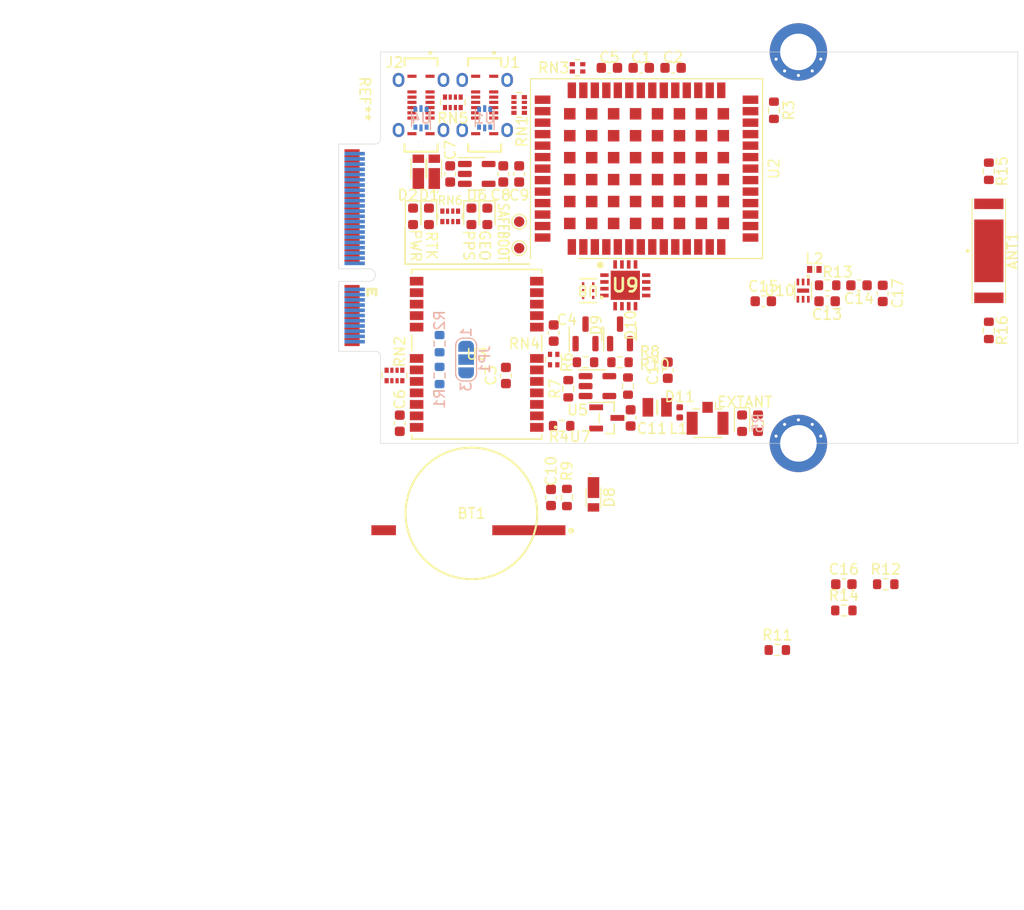
<source format=kicad_pcb>
(kicad_pcb (version 20211014) (generator pcbnew)
  (layers (0 "F.Cu" signal) (1 "In1.Cu" signal) (2 "In2.Cu" signal) (31 "B.Cu" signal) (34 "B.Paste" user) (35 "F.Paste" user) (36 "B.SilkS" user "B.Silkscreen") (37 "F.SilkS" user "F.Silkscreen") (38 "B.Mask" user) (39 "F.Mask" user) (44 "Edge.Cuts" user))
  (net 0 "")
  (net 1 "Net-(ANT1-Pad1)")
  (net 2 "Net-(ANT1-Pad2)")
  (net 3 "Net-(ANT1-Pad3)")
  (net 4 "/V_BACKUP")
  (net 5 "GND")
  (net 6 "+3.3V")
  (net 7 "+5V")
  (net 8 "Net-(C11-Pad2)")
  (net 9 "Net-(C12-Pad2)")
  (net 10 "/VBUS_ZED")
  (net 11 "/VBUS_NEO")
  (net 12 "+3.3V_RF")
  (net 13 "/RTK")
  (net 14 "Net-(C14-Pad2)")
  (net 15 "Net-(C15-Pad1)")
  (net 16 "Net-(U10-Pad4)")
  (net 17 "Net-(D11-Pad2)")
  (net 18 "/D+ZED")
  (net 19 "/D-ZED")
  (net 22 "/D+NEO")
  (net 23 "/D-NEO")
  (net 26 "Net-(JP1-Pad1)")
  (net 27 "Net-(JP1-Pad3)")
  (net 28 "Net-(L2-Pad1)")
  (net 29 "Net-(L2-Pad2)")
  (net 30 "/SCL")
  (net 31 "/SDA")
  (net 32 "Net-(R4-Pad1)")
  (net 33 "/CC1_ZED")
  (net 34 "/TX_RDY")
  (net 35 "/CC2_ZED")
  (net 36 "/TXD1_ZED")
  (net 37 "/CC1_NEO")
  (net 38 "/SCL_ZED_")
  (net 39 "/CC2_NEO")
  (net 40 "Net-(R3-Pad2)")
  (net 41 "Net-(R4-Pad2)")
  (net 42 "/TXD1_NEO")
  (net 43 "Net-(D3-Pad2)")
  (net 44 "/EXTANT_DETECT")
  (net 45 "/GEO")
  (net 46 "/TP")
  (net 47 "Net-(D4-Pad2)")
  (net 48 "Net-(D5-Pad2)")
  (net 49 "Net-(TP1-Pad1)")
  (net 50 "Net-(TP2-Pad1)")
  (net 53 "/ANT_ZED")
  (net 77 "/RXD1_ZED")
  (net 79 "/RESET")
  (net 80 "/EXTINT_ZED")
  (net 84 "/ANT_NEO")
  (net 88 "/EXTINT_NEO")
  (net 89 "/RXD1_NEO")
  (net 94 "/SDA_ZED_")
  (net 95 "/TX_RDY_")
  (net 96 "/TXD1_NEO_")
  (net 97 "/SCL_NEO_")
  (net 98 "/TXD1_ZED_")
  (net 99 "/SDA_NEO_")
  (net 100 "Net-(R3-Pad1)")
  (net 101 "Net-(D6-Pad2)")
  (net 102 "Net-(D7-Pad2)")
  (net 103 "Net-(D8-Pad1)")
  (net 105 "Net-(D9-Pad3)")
  (net 107 "Net-(D10-Pad3)")
  (net 108 "Net-(R6-Pad2)")
  (net 109 "Net-(R7-Pad1)")
  (net 110 "Net-(R12-Pad1)")
  (net 111 "Net-(RN3-Pad1)")
  (net 112 "Net-(RN3-Pad2)")
  (net 113 "Net-(RN4-Pad3)")
  (net 114 "Net-(RN4-Pad4)")
  (net 115 "Net-(U8-Pad2)")
  (footprint "Resistor_SMD:R_0603_1608Metric" (layer "F.Cu") (at 121.971 122.258 90)
    (fp_text reference "R7" (at 0 -1.27 90) (layer "F.SilkS"))
    (fp_text value "3")
    (pad "1" smd roundrect (at -0.825 0 90) (size 0.8 0.95) (layers "F.Cu" "F.Paste" "F.Mask") (net 109 "Net-(R7-Pad1)"))
    (pad "2" smd roundrect (at 0.825 0 90) (size 0.8 0.95) (layers "F.Cu" "F.Paste" "F.Mask") (net 12 "+3.3V_RF"))
  )
  (footprint "Resistor_SMD:R_0603_1608Metric" (layer "F.Cu") (at 146.799 112.352 180)
    (fp_text reference "R13" (at -0.953 1.27) (layer "F.SilkS"))
    (fp_text value "0")
    (pad "1" smd roundrect (at -0.825 0 180) (size 0.8 0.95) (layers "F.Cu" "F.Paste" "F.Mask") (net 14 "Net-(C14-Pad2)"))
    (pad "2" smd roundrect (at 0.825 0 180) (size 0.8 0.95) (layers "F.Cu" "F.Paste" "F.Mask") (net 28 "Net-(L2-Pad1)"))
  )
  (footprint "Resistor_SMD:R_0603_1608Metric" (layer "F.Cu") (at 123.622 119.718)
    (fp_text reference "R6" (at -1.778 0 90) (layer "F.SilkS"))
    (fp_text value "68")
    (pad "1" smd roundrect (at -0.825 0) (size 0.8 0.95) (layers "F.Cu" "F.Paste" "F.Mask") (net 12 "+3.3V_RF"))
    (pad "2" smd roundrect (at 0.825 0) (size 0.8 0.95) (layers "F.Cu" "F.Paste" "F.Mask") (net 108 "Net-(R6-Pad2)"))
  )
  (footprint "LED_SMD:LED_0603_1608Metric" (layer "F.Cu") (at 114.224 105.748 -90)
    (fp_text reference "D6" hide)
    (fp_text value "GEO")
    (pad "1" smd roundrect (at -0.7875 0 270) (size 0.875 0.95) (layers "F.Cu" "F.Paste" "F.Mask") (net 5 "GND"))
    (pad "2" smd roundrect (at 0.7875 0 270) (size 0.875 0.95) (layers "F.Cu" "F.Paste" "F.Mask") (net 101 "Net-(D6-Pad2)"))
  )
  (footprint "Resistor_SMD:R_0603_1608Metric" (layer "F.Cu") (at 152.36 140.98)
    (fp_text reference "R12" (at 0 -1.43) (layer "F.SilkS"))
    (fp_text value "100")
    (pad "1" smd roundrect (at -0.825 0) (size 0.8 0.95) (layers "F.Cu" "F.Paste" "F.Mask") (net 110 "Net-(R12-Pad1)"))
    (pad "2" smd roundrect (at 0.825 0) (size 0.8 0.95) (layers "F.Cu" "F.Paste" "F.Mask") (net 44 "/EXTANT_DETECT"))
  )
  (footprint "Connector_USB_extlib:USB_C_Receptacle_GCT_USB4120-03-C" (layer "F.Cu") (at 113.97 95.08 -90)
    (fp_text reference "J1" (at -4.064 -2.54) (layer "F.SilkS"))
    (fp_text value "USB_C_Receptacle_USB2.0")
    (fp_line (start 3.65 -0.26) (end 3.85 -0.26) (layer "Edge.Cuts") (width 0.01))
    (fp_line (start 3.85 0.26) (end 3.65 0.26) (layer "Edge.Cuts") (width 0.01))
    (fp_arc (start 4.11 0) (mid 4.033848 0.183848) (end 3.85 0.26) (layer "Edge.Cuts") (width 0.01))
    (fp_arc (start 3.39 0) (mid 3.466152 -0.183848) (end 3.65 -0.26) (layer "Edge.Cuts") (width 0.01))
    (fp_arc (start 3.85 -0.26) (mid 4.033848 -0.183848) (end 4.11 0) (layer "Edge.Cuts") (width 0.01))
    (fp_arc (start 3.65 0.26) (mid 3.466152 0.183848) (end 3.39 0) (layer "Edge.Cuts") (width 0.01))
    (pad "" np_thru_hole circle (at 3.75 0 270) (size 0.52 0.52) (drill 0.52) (layers *.Cu *.Mask))
    (pad "" np_thru_hole circle (at -3.75 0 270) (size 0.52 0.52) (drill 0.52) (layers *.Cu *.Mask))
    (pad "A1" smd rect (at -2.75 -0.865 270) (size 0.3 0.87) (layers "F.Cu" "F.Paste" "F.Mask") (net 5 "GND"))
    (pad "A4" smd rect (at -1.25 -0.865 270) (size 0.3 0.87) (layers "F.Cu" "F.Paste" "F.Mask") (net 10 "/VBUS_ZED"))
    (pad "A5" smd rect (at -0.75 -0.865 270) (size 0.3 0.87) (layers "F.Cu" "F.Paste" "F.Mask") (net 33 "/CC1_ZED"))
    (pad "A6" smd rect (at -0.25 -0.865 270) (size 0.3 0.87) (layers "F.Cu" "F.Paste" "F.Mask") (net 18 "/D+ZED"))
    (pad "A7" smd rect (at 0.25 -0.865 270) (size 0.3 0.87) (layers "F.Cu" "F.Paste" "F.Mask") (net 19 "/D-ZED"))
    (pad "A8" smd rect (at 0.75 -0.865 270) (size 0.3 0.87) (layers "F.Cu" "F.Paste" "F.Mask"))
    (pad "A9" smd rect (at 1.25 -0.865 270) (size 0.3 0.87) (layers "F.Cu" "F.Paste" "F.Mask") (net 10 "/VBUS_ZED"))
    (pad "A12" smd rect (at 2.75 -0.865 270) (size 0.3 0.87) (layers "F.Cu" "F.Paste" "F.Mask") (net 5 "GND"))
    (pad "B1" smd rect (at 2.75 0.865 270) (size 0.3 0.87) (layers "F.Cu" "F.Paste" "F.Mask") (net 5 "GND"))
    (pad "B4" smd rect (at 1.25 0.865 270) (size 0.3 0.87) (layers "F.Cu" "F.Paste" "F.Mask") (net 10 "/VBUS_ZED"))
    (pad "B5" smd rect (at 0.75 0.865 270) (size 0.3 0.87) (layers "F.Cu" "F.Paste" "F.Mask") (net 35 "/CC2_ZED"))
    (pad "B6" smd rect (at 0.25 0.865 270) (size 0.3 0.87) (layers "F.Cu" "F.Paste" "F.Mask") (net 18 "/D+ZED"))
    (pad "B7" smd rect (at -0.25 0.865 270) (size 0.3 0.87) (layers "F.Cu" "F.Paste" "F.Mask") (net 19 "/D-ZED"))
    (pad "B8" smd rect (at -0.75 0.865 270) (size 0.3 0.87) (layers "F.Cu" "F.Paste" "F.Mask"))
    (pad "B9" smd rect (at -1.25 0.865 270) (size 0.3 0.87) (layers "F.Cu" "F.Paste" "F.Mask") (net 10 "/VBUS_ZED"))
    (pad "B12" smd rect (at -2.75 0.865 270) (size 0.3 0.87) (layers "F.Cu" "F.Paste" "F.Mask") (net 5 "GND"))
    (pad "S1" thru_hole oval (at -2.4 -2.15 270) (size 1.35 1.1) (drill oval 0.85 0.6) (layers *.Cu *.Mask) (net 5 "GND"))
    (pad "S1" thru_hole oval (at 2.4 2.15 270) (size 1.35 1.1) (drill oval 0.85 0.6) (layers *.Cu *.Mask) (net 5 "GND"))
    (pad "S1" thru_hole oval (at -2.4 2.15 270) (size 1.35 1.1) (drill oval 0.85 0.6) (layers *.Cu *.Mask) (net 5 "GND"))
    (pad "S1" thru_hole oval (at 2.4 -2.15 270) (size 1.35 1.1) (drill oval 0.85 0.6) (layers *.Cu *.Mask) (net 5 "GND"))
  )
  (footprint "Resistor_SMD:R_0603_1608Metric" (layer "F.Cu") (at 162.23 116.67 -90)
    (fp_text reference "R16" (at 0 -1.27 -270) (layer "F.SilkS"))
    (fp_text value "0")
    (pad "1" smd roundrect (at -0.825 0 270) (size 0.8 0.95) (layers "F.Cu" "F.Paste" "F.Mask") (net 3 "Net-(ANT1-Pad3)"))
    (pad "2" smd roundrect (at 0.825 0 270) (size 0.8 0.95) (layers "F.Cu" "F.Paste" "F.Mask") (net 5 "GND"))
  )
  (footprint "Resistor_SMD:R_Array_Convex_4x0402" (layer "F.Cu") (at 117.272 95.08)
    (fp_text reference "RN1" (at 0.254 2.54 90) (layer "F.SilkS"))
    (fp_text value "33")
    (pad "1" smd rect (at -0.5 -0.75) (size 0.5 0.4) (layers "F.Cu" "F.Paste" "F.Mask") (net 36 "/TXD1_ZED"))
    (pad "2" smd rect (at -0.5 -0.25) (size 0.5 0.3) (layers "F.Cu" "F.Paste" "F.Mask") (net 31 "/SDA"))
    (pad "3" smd rect (at -0.5 0.25) (size 0.5 0.3) (layers "F.Cu" "F.Paste" "F.Mask") (net 30 "/SCL"))
    (pad "4" smd rect (at -0.5 0.75) (size 0.5 0.4) (layers "F.Cu" "F.Paste" "F.Mask") (net 34 "/TX_RDY"))
    (pad "5" smd rect (at 0.5 0.75) (size 0.5 0.4) (layers "F.Cu" "F.Paste" "F.Mask") (net 95 "/TX_RDY_"))
    (pad "6" smd rect (at 0.5 0.25) (size 0.5 0.3) (layers "F.Cu" "F.Paste" "F.Mask") (net 38 "/SCL_ZED_"))
    (pad "7" smd rect (at 0.5 -0.25) (size 0.5 0.3) (layers "F.Cu" "F.Paste" "F.Mask") (net 94 "/SDA_ZED_"))
    (pad "8" smd rect (at 0.5 -0.75) (size 0.5 0.4) (layers "F.Cu" "F.Paste" "F.Mask") (net 98 "/TXD1_ZED_"))
  )
  (footprint "Capacitor_SMD:C_0603_1608Metric" (layer "F.Cu") (at 120.32 132.672 -90)
    (fp_text reference "C10" (at -2.54 0 -270) (layer "F.SilkS"))
    (fp_text value "1u")
    (pad "1" smd roundrect (at -0.775 0 270) (size 0.9 0.95) (layers "F.Cu" "F.Paste" "F.Mask") (net 4 "/V_BACKUP"))
    (pad "2" smd roundrect (at 0.775 0 270) (size 0.9 0.95) (layers "F.Cu" "F.Paste" "F.Mask") (net 5 "GND"))
  )
  (footprint "Capacitor_SMD:C_0603_1608Metric" (layer "F.Cu") (at 149.797 112.352 180)
    (fp_text reference "C14" (at 0 -1.27) (layer "F.SilkS"))
    (fp_text value "3.9p")
    (pad "1" smd roundrect (at -0.775 0 180) (size 0.9 0.95) (layers "F.Cu" "F.Paste" "F.Mask") (net 1 "Net-(ANT1-Pad1)"))
    (pad "2" smd roundrect (at 0.775 0 180) (size 0.9 0.95) (layers "F.Cu" "F.Paste" "F.Mask") (net 14 "Net-(C14-Pad2)"))
  )
  (footprint "Capacitor_SMD:C_0603_1608Metric" (layer "F.Cu") (at 117.272 101.684 -90)
    (fp_text reference "C9" (at 2.032 0 180) (layer "F.SilkS"))
    (fp_text value "0.1u")
    (pad "1" smd roundrect (at -0.775 0 270) (size 0.9 0.95) (layers "F.Cu" "F.Paste" "F.Mask") (net 6 "+3.3V"))
    (pad "2" smd roundrect (at 0.775 0 270) (size 0.9 0.95) (layers "F.Cu" "F.Paste" "F.Mask") (net 5 "GND"))
  )
  (footprint "Capacitor_SMD:C_0603_1608Metric" (layer "F.Cu") (at 116.002 120.988 90)
    (fp_text reference "C3" (at 0 -1.43 90) (layer "F.SilkS"))
    (fp_text value "1u")
    (pad "1" smd roundrect (at -0.775 0 90) (size 0.9 0.95) (layers "F.Cu" "F.Paste" "F.Mask") (net 6 "+3.3V"))
    (pad "2" smd roundrect (at 0.775 0 90) (size 0.9 0.95) (layers "F.Cu" "F.Paste" "F.Mask") (net 5 "GND"))
  )
  (footprint "CUHS20S30:CUHS20S30" (layer "F.Cu") (at 107.62 101.176 90)
    (fp_text reference "D2" (at -2.54 -1.016 180) (layer "F.SilkS"))
    (fp_text value "CUHS20S30" hide)
    (pad "1" smd rect (at -0.95 0 180) (size 1.1 2) (layers "F.Cu" "F.Paste" "F.Mask") (net 7 "+5V"))
    (pad "2" smd rect (at 0.95 0 90) (size 0.8 1.1) (layers "F.Cu" "F.Paste" "F.Mask") (net 11 "/VBUS_NEO"))
  )
  (footprint "Connector_Coaxial:U.FL_Hirose_U.FL-R-SMT-1_Vertical" (layer "F.Cu") (at 135.306 125.086 -90)
    (fp_text reference "J3" hide)
    (fp_text value "Conn_SMA")
    (pad "1" smd rect (at -1.05 0 270) (size 1.05 1) (layers "F.Cu" "F.Paste" "F.Mask") (net 17 "Net-(D11-Pad2)"))
    (pad "2" smd rect (at 0.475 1.475 270) (size 2.2 1.05) (layers "F.Cu" "F.Paste" "F.Mask") (net 5 "GND"))
    (pad "2" smd rect (at 0.475 -1.475 270) (size 2.2 1.05) (layers "F.Cu" "F.Paste" "F.Mask") (net 5 "GND"))
  )
  (footprint "PD0922J5050S2HF:PD0922J5050S2HF_ANA" (layer "F.Cu") (at 123.876 112.86 180)
    (fp_text reference "U8" (at 0 0 180 unlocked) (layer "F.SilkS"))
    (fp_text value "PD0922J5050S2HF")
    (pad "1" smd rect (at -0.4826 -0.649999 180) (size 0.2286 0.3048) (layers "F.Cu" "F.Paste" "F.Mask") (net 5 "GND"))
    (pad "2" smd rect (at -0.4826 0 180) (size 0.2286 0.3048) (layers "F.Cu" "F.Paste" "F.Mask") (net 115 "Net-(U8-Pad2)"))
    (pad "3" smd rect (at -0.4826 0.649999 180) (size 0.2286 0.3048) (layers "F.Cu" "F.Paste" "F.Mask") (net 5 "GND"))
    (pad "4" smd rect (at 0.4826 0.649999 180) (size 0.2286 0.3048) (layers "F.Cu" "F.Paste" "F.Mask") (net 53 "/ANT_ZED"))
    (pad "5" smd rect (at 0.4826 0 180) (size 0.2286 0.3048) (layers "F.Cu" "F.Paste" "F.Mask") (net 5 "GND"))
    (pad "6" smd rect (at 0.4826 -0.649999 180) (size 0.2286 0.3048) (layers "F.Cu" "F.Paste" "F.Mask") (net 84 "/ANT_NEO"))
  )
  (footprint "Resistor_SMD:R_Array_Convex_4x0402" (layer "F.Cu") (at 105.334 120.988 90)
    (fp_text reference "RN2" (at 2.286 0.508 90) (layer "F.SilkS"))
    (fp_text value "33")
    (pad "1" smd rect (at -0.5 -0.75 90) (size 0.5 0.4) (layers "F.Cu" "F.Paste" "F.Mask") (net 5 "GND"))
    (pad "2" smd rect (at -0.5 -0.25 90) (size 0.5 0.3) (layers "F.Cu" "F.Paste" "F.Mask") (net 96 "/TXD1_NEO_"))
    (pad "3" smd rect (at -0.5 0.25 90) (size 0.5 0.3) (layers "F.Cu" "F.Paste" "F.Mask") (net 99 "/SDA_NEO_"))
    (pad "4" smd rect (at -0.5 0.75 90) (size 0.5 0.4) (layers "F.Cu" "F.Paste" "F.Mask") (net 97 "/SCL_NEO_"))
    (pad "5" smd rect (at 0.5 0.75 90) (size 0.5 0.4) (layers "F.Cu" "F.Paste" "F.Mask") (net 30 "/SCL"))
    (pad "6" smd rect (at 0.5 0.25 90) (size 0.5 0.3) (layers "F.Cu" "F.Paste" "F.Mask") (net 31 "/SDA"))
    (pad "7" smd rect (at 0.5 -0.25 90) (size 0.5 0.3) (layers "F.Cu" "F.Paste" "F.Mask") (net 42 "/TXD1_NEO"))
    (pad "8" smd rect (at 0.5 -0.75 90) (size 0.5 0.4) (layers "F.Cu" "F.Paste" "F.Mask") (net 5 "GND"))
  )
  (footprint "LED_SMD:LED_0603_1608Metric" (layer "F.Cu") (at 112.7 105.748 -90)
    (fp_text reference "D7" hide)
    (fp_text value "PPS")
    (pad "1" smd roundrect (at -0.7875 0 270) (size 0.875 0.95) (layers "F.Cu" "F.Paste" "F.Mask") (net 5 "GND"))
    (pad "2" smd roundrect (at 0.7875 0 270) (size 0.875 0.95) (layers "F.Cu" "F.Paste" "F.Mask") (net 102 "Net-(D7-Pad2)"))
  )
  (footprint "Capacitor_SMD:C_0603_1608Metric" (layer "F.Cu") (at 120.574 116.924 90)
    (fp_text reference "C4" (at 1.27 1.27 180) (layer "F.SilkS"))
    (fp_text value "0.1u")
    (pad "1" smd roundrect (at -0.775 0 90) (size 0.9 0.95) (layers "F.Cu" "F.Paste" "F.Mask") (net 6 "+3.3V"))
    (pad "2" smd roundrect (at 0.775 0 90) (size 0.9 0.95) (layers "F.Cu" "F.Paste" "F.Mask") (net 5 "GND"))
  )
  (footprint "Package_TO_SOT_SMD:SOT-23-5" (layer "F.Cu") (at 124.765 122.004)
    (fp_text reference "U5" (at -1.905 2.286) (layer "F.SilkS"))
    (fp_text value "LMV331")
    (pad "1" smd roundrect (at -1.1375 -0.95) (size 1.325 0.6) (layers "F.Cu" "F.Paste" "F.Mask") (net 108 "Net-(R6-Pad2)"))
    (pad "2" smd roundrect (at -1.1375 0) (size 1.325 0.6) (layers "F.Cu" "F.Paste" "F.Mask") (net 5 "GND"))
    (pad "3" smd roundrect (at -1.1375 0.95) (size 1.325 0.6) (layers "F.Cu" "F.Paste" "F.Mask") (net 109 "Net-(R7-Pad1)"))
    (pad "4" smd roundrect (at 1.1375 0.95) (size 1.325 0.6) (layers "F.Cu" "F.Paste" "F.Mask") (net 44 "/EXTANT_DETECT"))
    (pad "5" smd roundrect (at 1.1375 -0.95) (size 1.325 0.6) (layers "F.Cu" "F.Paste" "F.Mask") (net 6 "+3.3V"))
  )
  (footprint "Capacitor_SMD:C_0603_1608Metric" (layer "F.Cu") (at 127.94 125.052 90)
    (fp_text reference "C11" (at -1.016 2.032) (layer "F.SilkS"))
    (fp_text value "0.1u")
    (pad "1" smd roundrect (at -0.775 0 90) (size 0.9 0.95) (layers "F.Cu" "F.Paste" "F.Mask") (net 5 "GND"))
    (pad "2" smd roundrect (at 0.775 0 90) (size 0.9 0.95) (layers "F.Cu" "F.Paste" "F.Mask") (net 8 "Net-(C11-Pad2)"))
  )
  (footprint "Resistor_SMD:R_0603_1608Metric" (layer "F.Cu") (at 141.656 95.588 -90)
    (fp_text reference "R3" (at 0 -1.43 90) (layer "F.SilkS"))
    (fp_text value "33")
    (pad "1" smd roundrect (at -0.825 0 270) (size 0.8 0.95) (layers "F.Cu" "F.Paste" "F.Mask") (net 100 "Net-(R3-Pad1)"))
    (pad "2" smd roundrect (at 0.825 0 270) (size 0.8 0.95) (layers "F.Cu" "F.Paste" "F.Mask") (net 40 "Net-(R3-Pad2)"))
  )
  (footprint "Resistor_SMD:R_Array_Convex_2x0402" (layer "F.Cu") (at 120.574 119.464 -90)
    (fp_text reference "RN4" (at -1.524 2.794 180) (layer "F.SilkS"))
    (fp_text value "27")
    (pad "1" smd rect (at -0.5 -0.35 270) (size 0.5 0.4) (layers "F.Cu" "F.Paste" "F.Mask") (net 23 "/D-NEO"))
    (pad "2" smd rect (at -0.5 0.35 270) (size 0.5 0.4) (layers "F.Cu" "F.Paste" "F.Mask") (net 22 "/D+NEO"))
    (pad "3" smd rect (at 0.5 0.35 270) (size 0.5 0.4) (layers "F.Cu" "F.Paste" "F.Mask") (net 113 "Net-(RN4-Pad3)"))
    (pad "4" smd rect (at 0.5 -0.35 270) (size 0.5 0.4) (layers "F.Cu" "F.Paste" "F.Mask") (net 114 "Net-(RN4-Pad4)"))
  )
  (footprint "Capacitor_SMD:C_0603_1608Metric" (layer "F.Cu") (at 146.749 113.876)
    (fp_text reference "C13" (at -0.013 1.27) (layer "F.SilkS"))
    (fp_text value "1000p")
    (pad "1" smd roundrect (at -0.775 0) (size 0.9 0.95) (layers "F.Cu" "F.Paste" "F.Mask") (net 6 "+3.3V"))
    (pad "2" smd roundrect (at 0.775 0) (size 0.9 0.95) (layers "F.Cu" "F.Paste" "F.Mask") (net 5 "GND"))
  )
  (footprint "NEO-D9:NEO-D9" (layer "F.Cu") (at 113.208 118.956 180)
    (fp_text reference "U3" (at 0 0 unlocked) (layer "F.SilkS"))
    (fp_text value "NEO-D9C-00B")
    (pad "1" smd rect (at -5.7531 -7.000001 180) (size 1.2954 0.8382) (layers "F.Cu" "F.Paste" "F.Mask") (net 50 "Net-(TP2-Pad1)"))
    (pad "2" smd rect (at -5.7531 -5.9 180) (size 1.2954 0.8382) (layers "F.Cu" "F.Paste" "F.Mask"))
    (pad "3" smd rect (at -5.7531 -4.8 180) (size 1.2954 0.8382) (layers "F.Cu" "F.Paste" "F.Mask") (net 41 "Net-(R4-Pad2)"))
    (pad "4" smd rect (at -5.7531 -3.7 180) (size 1.2954 0.8382) (layers "F.Cu" "F.Paste" "F.Mask") (net 40 "Net-(R3-Pad2)"))
    (pad "5" smd rect (at -5.7531 -2.599999 180) (size 1.2954 0.8382) (layers "F.Cu" "F.Paste" "F.Mask") (net 114 "Net-(RN4-Pad4)"))
    (pad "6" smd rect (at -5.7531 -1.499999 180) (size 1.2954 0.8382) (layers "F.Cu" "F.Paste" "F.Mask") (net 113 "Net-(RN4-Pad3)"))
    (pad "7" smd rect (at -5.7531 -0.400001 180) (size 1.2954 0.8382) (layers "F.Cu" "F.Paste" "F.Mask") (net 6 "+3.3V"))
    (pad "8" smd rect (at -5.7531 2.599999 180) (size 1.2954 0.8382) (layers "F.Cu" "F.Paste" "F.Mask") (net 79 "/RESET"))
    (pad "9" smd rect (at -5.7531 3.7 180) (size 1.2954 0.8382) (layers "F.Cu" "F.Paste" "F.Mask") (net 12 "+3.3V_RF"))
    (pad "10" smd rect (at -5.7531 4.8 180) (size 1.2954 0.8382) (layers "F.Cu" "F.Paste" "F.Mask") (net 5 "GND"))
    (pad "11" smd rect (at -5.7531 5.9 180) (size 1.2954 0.8382) (layers "F.Cu" "F.Paste" "F.Mask") (net 84 "/ANT_NEO"))
    (pad "12" smd rect (at -5.7531 7.000001 180) (size 1.2954 0.8382) (layers "F.Cu" "F.Paste" "F.Mask") (net 5 "GND"))
    (pad "13" smd rect (at 5.7531 7.000001 180) (size 1.2954 0.8382) (layers "F.Cu" "F.Paste" "F.Mask") (net 5 "GND"))
    (pad "14" smd rect (at 5.7531 5.9 180) (size 1.2954 0.8382) (layers "F.Cu" "F.Paste" "F.Mask"))
    (pad "15" smd rect (at 5.7531 4.8 180) (size 1.2954 0.8382) (layers "F.Cu" "F.Paste" "F.Mask"))
    (pad "16" smd rect (at 5.7531 3.7 180) (size 1.2954 0.8382) (layers "F.Cu" "F.Paste" "F.Mask"))
    (pad "17" smd rect (at 5.7531 2.599999 180) (size 1.2954 0.8382) (layers "F.Cu" "F.Paste" "F.Mask") (net 88 "/EXTINT_NEO"))
    (pad "18" smd rect (at 5.7531 -0.400001 180) (size 1.2954 0.8382) (layers "F.Cu" "F.Paste" "F.Mask") (net 99 "/SDA_NEO_"))
    (pad "19" smd rect (at 5.7531 -1.499999 180) (size 1.2954 0.8382) (layers "F.Cu" "F.Paste" "F.Mask") (net 97 "/SCL_NEO_"))
    (pad "20" smd rect (at 5.7531 -2.599999 180) (size 1.2954 0.8382) (layers "F.Cu" "F.Paste" "F.Mask") (net 96 "/TXD1_NEO_"))
    (pad "21" smd rect (at 5.7531 -3.7 180) (size 1.2954 0.8382) (layers "F.Cu" "F.Paste" "F.Mask") (net 89 "/RXD1_NEO"))
    (pad "22" smd rect (at 5.7531 -4.8 180) (size 1.2954 0.8382) (layers "F.Cu" "F.Paste" "F.Mask"))
    (pad "23" smd rect (at 5.7531 -5.9 180) (size 1.2954 0.8382) (layers "F.Cu" "F.Paste" "F.Mask") (net 6 "+3.3V"))
    (pad "24" smd rect (at 5.7531 -7.000001 180) (size 1.2954 0.8382) (layers "F.Cu" "F.Paste" "F.Mask") (net 5 "GND"))
  )
  (footprint "Resistor_SMD:R_Array_Convex_2x0402" (layer "F.Cu") (at 122.86 91.524 180)
    (fp_text reference "RN3" (at 2.286 0) (layer "F.SilkS"))
    (fp_text value "27")
    (pad "1" smd rect (at -0.5 -0.35 180) (size 0.5 0.4) (layers "F.Cu" "F.Paste" "F.Mask") (net 111 "Net-(RN3-Pad1)"))
    (pad "2" smd rect (at -0.5 0.35 180) (size 0.5 0.4) (layers "F.Cu" "F.Paste" "F.Mask") (net 112 "Net-(RN3-Pad2)"))
    (pad "3" smd rect (at 0.5 0.35 180) (size 0.5 0.4) (layers "F.Cu" "F.Paste" "F.Mask") (net 19 "/D-ZED"))
    (pad "4" smd rect (at 0.5 -0.35 180) (size 0.5 0.4) (layers "F.Cu" "F.Paste" "F.Mask") (net 18 "/D+ZED"))
  )
  (footprint "Capacitor_SMD:C_0603_1608Metric" (layer "F.Cu") (at 105.842 125.56 90)
    (fp_text reference "C6" (at 2.286 0 90) (layer "F.SilkS"))
    (fp_text value "1u")
    (pad "1" smd roundrect (at -0.775 0 90) (size 0.9 0.95) (layers "F.Cu" "F.Paste" "F.Mask") (net 5 "GND"))
    (pad "2" smd roundrect (at 0.775 0 90) (size 0.9 0.95) (layers "F.Cu" "F.Paste" "F.Mask") (net 6 "+3.3V"))
  )
  (footprint "ML-1220_F1AN:ML-1220_F1AN" (layer "F.Cu") (at 112.7 134.196 180)
    (fp_text reference "BT1" (at 0 0) (layer "F.SilkS"))
    (fp_text value "ML-1220_F1AN" hide)
    (pad "1" smd rect (at -5.5 -1.615 270) (size 0.95 7) (layers "F.Cu" "F.Paste" "F.Mask") (net 4 "/V_BACKUP"))
    (pad "2" smd rect (at 8.4 -1.615 270) (size 0.95 2.35) (layers "F.Cu" "F.Paste" "F.Mask") (net 5 "GND"))
  )
  (footprint "Capacitor_SMD:C_0603_1608Metric" (layer "F.Cu") (at 131.496 120.48 90)
    (fp_text reference "C12" (at 0 -1.43 90) (layer "F.SilkS"))
    (fp_text value "47p")
    (pad "1" smd roundrect (at -0.775 0 90) (size 0.9 0.95) (layers "F.Cu" "F.Paste" "F.Mask") (net 17 "Net-(D11-Pad2)"))
    (pad "2" smd roundrect (at 0.775 0 90) (size 0.9 0.95) (layers "F.Cu" "F.Paste" "F.Mask") (net 9 "Net-(C12-Pad2)"))
  )
  (footprint "TestPoint:TestPoint_Pad_D1.0mm" (layer "F.Cu") (at 117.272 106.256)
    (fp_text reference "TP1" hide)
    (fp_text value "SAFEBOOT_ZED")
    (pad "1" smd circle (at 0 0) (size 1 1) (layers "F.Cu" "F.Mask") (net 49 "Net-(TP1-Pad1)"))
  )
  (footprint "GGBLA.125.A:GGBLA.125.A" (layer "F.Cu") (at 162.23 109.05 -90)
    (fp_text reference "ANT1" (at 0 -2.286 -270) (layer "F.SilkS"))
    (fp_text value "GGBLA.125.A" hide)
    (pad "1" smd rect (at 0 0) (size 2.8 6) (layers "F.Cu" "F.Paste" "F.Mask") (net 1 "Net-(ANT1-Pad1)"))
    (pad "2" smd rect (at -4.5 0 270) (size 1 2.8) (layers "F.Cu" "F.Paste" "F.Mask") (net 2 "Net-(ANT1-Pad2)"))
    (pad "3" smd rect (at 4.5 0 270) (size 1 2.8) (layers "F.Cu" "F.Paste" "F.Mask") (net 3 "Net-(ANT1-Pad3)"))
  )
  (footprint "RF_GPS:ublox_ZED" (layer "F.Cu") (at 129.464 101.176 90)
    (fp_text reference "U2" (at 0 12.192 90) (layer "F.SilkS"))
    (fp_text value "ZED-F9P")
    (pad "1" smd rect (at -7.5 -7.15 90) (size 1.5 0.8) (layers "F.Cu" "F.Paste" "F.Mask") (net 5 "GND"))
    (pad "2" smd rect (at -7.5 -6.05 90) (size 1.5 0.8) (layers "F.Cu" "F.Paste" "F.Mask") (net 53 "/ANT_ZED"))
    (pad "3" smd rect (at -7.5 -4.95 90) (size 1.5 0.8) (layers "F.Cu" "F.Paste" "F.Mask") (net 5 "GND"))
    (pad "4" smd rect (at -7.5 -3.85 90) (size 1.5 0.8) (layers "F.Cu" "F.Paste" "F.Mask"))
    (pad "5" smd rect (at -7.5 -2.75 90) (size 1.5 0.8) (layers "F.Cu" "F.Paste" "F.Mask"))
    (pad "6" smd rect (at -7.5 -1.65 90) (size 1.5 0.8) (layers "F.Cu" "F.Paste" "F.Mask"))
    (pad "7" smd rect (at -7.5 -0.55 90) (size 1.5 0.8) (layers "F.Cu" "F.Paste" "F.Mask"))
    (pad "8" smd rect (at -7.5 0.55 90) (size 1.5 0.8) (layers "F.Cu" "F.Paste" "F.Mask"))
    (pad "9" smd rect (at -7.5 1.65 90) (size 1.5 0.8) (layers "F.Cu" "F.Paste" "F.Mask"))
    (pad "10" smd rect (at -7.5 2.75 90) (size 1.5 0.8) (layers "F.Cu" "F.Paste" "F.Mask"))
    (pad "11" smd rect (at -7.5 3.85 90) (size 1.5 0.8) (layers "F.Cu" "F.Paste" "F.Mask"))
    (pad "12" smd rect (at -7.5 4.95 90) (size 1.5 0.8) (layers "F.Cu" "F.Paste" "F.Mask") (net 5 "GND"))
    (pad "13" smd rect (at -7.5 6.05 90) (size 1.5 0.8) (layers "F.Cu" "F.Paste" "F.Mask"))
    (pad "14" smd rect (at -7.5 7.15 90) (size 1.5 0.8) (layers "F.Cu" "F.Paste" "F.Mask") (net 5 "GND"))
    (pad "15" smd rect (at -6.6 9.95 180) (size 1.5 0.8) (layers "F.Cu" "F.Paste" "F.Mask"))
    (pad "16" smd rect (at -5.5 9.95 180) (size 1.5 0.8) (layers "F.Cu" "F.Paste" "F.Mask"))
    (pad "17" smd rect (at -4.4 9.95 180) (size 1.5 0.8) (layers "F.Cu" "F.Paste" "F.Mask"))
    (pad "18" smd rect (at -3.3 9.95) (size 1.5 0.8) (layers "F.Cu" "F.Paste" "F.Mask"))
    (pad "19" smd rect (at -2.2 9.95 180) (size 1.5 0.8) (layers "F.Cu" "F.Paste" "F.Mask") (net 45 "/GEO"))
    (pad "20" smd rect (at -1.1 9.95 180) (size 1.5 0.8) (layers "F.Cu" "F.Paste" "F.Mask") (net 13 "/RTK"))
    (pad "21" smd rect (at 0 9.95 180) (size 1.5 0.8) (layers "F.Cu" "F.Paste" "F.Mask"))
    (pad "22" smd rect (at 1.1 9.95 180) (size 1.5 0.8) (layers "F.Cu" "F.Paste" "F.Mask"))
    (pad "23" smd rect (at 2.2 9.95 180) (size 1.5 0.8) (layers "F.Cu" "F.Paste" "F.Mask"))
    (pad "24" smd rect (at 3.3 9.95 180) (size 1.5 0.8) (layers "F.Cu" "F.Paste" "F.Mask"))
    (pad "25" smd rect (at 4.4 9.95 180) (size 1.5 0.8) (layers "F.Cu" "F.Paste" "F.Mask"))
    (pad "26" smd rect (at 5.5 9.95 180) (size 1.5 0.8) (layers "F.Cu" "F.Paste" "F.Mask") (net 32 "Net-(R4-Pad1)"))
    (pad "27" smd rect (at 6.6 9.95 180) (size 1.5 0.8) (layers "F.Cu" "F.Paste" "F.Mask") (net 100 "Net-(R3-Pad1)"))
    (pad "28" smd rect (at 7.5 7.15 90) (size 1.5 0.8) (layers "F.Cu" "F.Paste" "F.Mask"))
    (pad "29" smd rect (at 7.5 6.05 90) (size 1.5 0.8) (layers "F.Cu" "F.Paste" "F.Mask"))
    (pad "30" smd rect (at 7.5 4.95 90) (size 1.5 0.8) (layers "F.Cu" "F.Paste" "F.Mask"))
    (pad "31" smd rect (at 7.5 3.85 90) (size 1.5 0.8) (layers "F.Cu" "F.Paste" "F.Mask"))
    (pad "32" smd rect (at 7.5 2.75 90) (size 1.5 0.8) (layers "F.Cu" "F.Paste" "F.Mask") (net 5 "GND"))
    (pad "33" smd rect (at 7.5 1.65 90) (size 1.5 0.8) (layers "F.Cu" "F.Paste" "F.Mask") (net 6 "+3.3V"))
    (pad "34" smd rect (at 7.5 0.55 90) (size 1.5 0.8) (layers "F.Cu" "F.Paste" "F.Mask") (net 6 "+3.3V"))
    (pad "35" smd rect (at 7.5 -0.55 90) (size 1.5 0.8) (layers "F.Cu" "F.Paste" "F.Mask"))
    (pad "36" smd rect (at 7.5 -1.65 90) (size 1.5 0.8) (layers "F.Cu" "F.Paste" "F.Mask") (net 4 "/V_BACKUP"))
    (pad "37" smd rect (at 7.5 -2.75 90) (size 1.5 0.8) (layers "F.Cu" "F.Paste" "F.Mask") (net 5 "GND"))
    (pad "38" smd rect (at 7.5 -3.85 90) (size 1.5 0.8) (layers "F.Cu" "F.Paste" "F.Mask") (net 6 "+3.3V"))
    (pad "39" smd rect (at 7.5 -4.95 90) (size 1.5 0.8) (layers "F.Cu" "F.Paste" "F.Mask") (net 112 "Net-(RN3-Pad2)"))
    (pad "40" smd rect (at 7.5 -6.05 90) (size 1.5 0.8) (layers "F.Cu" "F.Paste" "F.Mask") (net 111 "Net-(RN3-Pad1)"))
    (pad "41" smd rect (at 7.5 -7.15 90) (size 1.5 0.8) (layers "F.Cu" "F.Paste" "F.Mask") (net 5 "GND"))
    (pad "42" smd rect (at 6.6 -9.95 180) (size 1.5 0.8) (layers "F.Cu" "F.Paste" "F.Mask") (net 98 "/TXD1_ZED_"))
    (pad "43" smd rect (at 5.5 -9.95 180) (size 1.5 0.8) (layers "F.Cu" "F.Paste" "F.Mask") (net 77 "/RXD1_ZED"))
    (pad "44" smd rect (at 4.4 -9.95 180) (size 1.5 0.8) (layers "F.Cu" "F.Paste" "F.Mask") (net 94 "/SDA_ZED_"))
    (pad "45" smd rect (at 3.3 -9.95 180) (size 1.5 0.8) (layers "F.Cu" "F.Paste" "F.Mask") (net 38 "/SCL_ZED_"))
    (pad "46" smd rect (at 2.2 -9.95 180) (size 1.5 0.8) (layers "F.Cu" "F.Paste" "F.Mask") (net 95 "/TX_RDY_"))
    (pad "47" smd rect (at 1.1 -9.95 180) (size 1.5 0.8) (layers "F.Cu" "F.Paste" "F.Mask"))
    (pad "48" smd rect (at 0 -9.95 180) (size 1.5 0.8) (layers "F.Cu" "F.Paste" "F.Mask") (net 5 "GND"))
    (pad "49" smd rect (at -1.1 -9.95 180) (size 1.5 0.8) (layers "F.Cu" "F.Paste" "F.Mask") (net 79 "/RESET"))
    (pad "50" smd rect (at -2.2 -9.95 180) (size 1.5 0.8) (layers "F.Cu" "F.Paste" "F.Mask") (net 49 "Net-(TP1-Pad1)"))
    (pad "51" smd rect (at -3.3 -9.95 180) (size 1.5 0.8) (layers "F.Cu" "F.Paste" "F.Mask") (net 80 "/EXTINT_ZED"))
    (pad "52" smd rect (at -4.4 -9.95 180) (size 1.5 0.8) (layers "F.Cu" "F.Paste" "F.Mask"))
    (pad "53" smd rect (at -5.5 -9.95 180) (size 1.5 0.8) (layers "F.Cu" "F.Paste" "F.Mask") (net 46 "/TP"))
    (pad "54" smd rect (at -6.6 -9.95 180) (size 1.5 0.8) (layers "F.Cu" "F.Paste" "F.Mask"))
    (pad "55" smd rect (at 5.25 -5.25 90) (size 1.1 1.1) (layers "F.Cu" "F.Paste" "F.Mask") (net 5 "GND"))
    (pad "55" smd rect (at -5.25 -1.05 90) (size 1.1 1.1) (layers "F.Cu" "F.Paste" "F.Mask") (net 5 "GND"))
    (pad "55" smd rect (at -3.15 1.05 90) (size 1.1 1.1) (layers "F.Cu" "F.Paste" "F.Mask") (net 5 "GND"))
    (pad "55" smd rect (at -1.05 -5.25 90) (size 1.1 1.1) (layers "F.Cu" "F.Paste" "F.Mask") (net 5 "GND"))
    (pad "55" smd rect (at 1.05 -7.35 90) (size 1.1 1.1) (layers "F.Cu" "F.Paste" "F.Mask") (net 5 "GND"))
    (pad "55" smd rect (at -1.05 1.05 90) (size 1.1 1.1) (layers "F.Cu" "F.Paste" "F.Mask") (net 5 "GND"))
    (pad "55" smd rect (at 3.15 -3.15 90) (size 1.1 1.1) (layers "F.Cu" "F.Paste" "F.Mask") (net 5 "GND"))
    (pad "55" smd rect (at 5.25 5.25 90) (size 1.1 1.1) (layers "F.Cu" "F.Paste" "F.Mask") (net 5 "GND"))
    (pad "55" smd rect (at -1.05 5.25 90) (size 1.1 1.1) (layers "F.Cu" "F.Paste" "F.Mask") (net 5 "GND"))
    (pad "55" smd rect (at -1.05 7.35 90) (size 1.1 1.1) (layers "F.Cu" "F.Paste" "F.Mask") (net 5 "GND"))
    (pad "55" smd rect (at 1.05 -3.15 90) (size 1.1 1.1) (layers "F.Cu" "F.Paste" "F.Mask") (net 5 "GND"))
    (pad "55" smd rect (at 5.25 -3.15 90) (size 1.1 1.1) (layers "F.Cu" "F.Paste" "F.Mask") (net 5 "GND"))
    (pad "55" smd rect (at -5.25 -7.35 90) (size 1.1 1.1) (layers "F.Cu" "F.Paste" "F.Mask") (net 5 "GND"))
    (pad "55" smd rect (at 1.05 7.35 90) (size 1.1 1.1) (layers "F.Cu" "F.Paste" "F.Mask") (net 5 "GND"))
    (pad "55" smd rect (at -1.05 -7.35 90) (size 1.1 1.1) (layers "F.Cu" "F.Paste" "F.Mask") (net 5 "GND"))
    (pad "55" smd rect (at 3.15 7.35 90) (size 1.1 1.1) (layers "F.Cu" "F.Paste" "F.Mask") (net 5 "GND"))
    (pad "55" smd rect (at 1.05 -5.25 90) (size 1.1 1.1) (layers "F.Cu" "F.Paste" "F.Mask") (net 5 "GND"))
    (pad "55" smd rect (at 3.15 -7.35 90) (size 1.1 1.1) (layers "F.Cu" "F.Paste" "F.Mask") (net 5 "GND"))
    (pad "55" smd rect (at 5.25 3.15 90) (size 1.1 1.1) (layers "F.Cu" "F.Paste" "F.Mask") (net 5 "GND"))
    (pad "55" smd rect (at -5.25 5.25 90) (size 1.1 1.1) (layers "F.Cu" "F.Paste" "F.Mask") (net 5 "GND"))
    (pad "55" smd rect (at -5.25 1.05 90) (size 1.1 1.1) (layers "F.Cu" "F.Paste" "F.Mask") (net 5 "GND"))
    (pad "55" smd rect (at -3.15 -5.25 90) (size 1.1 1.1) (layers "F.Cu" "F.Paste" "F.Mask") (net 5 "GND"))
    (pad "55" smd rect (at 5.25 1.05 90) (size 1.1 1.1) (layers "F.Cu" "F.Paste" "F.Mask") (net 5 "GND"))
    (pad "55" smd rect (at 5.25 -7.35 90) (size 1.1 1.1) (layers "F.Cu" "F.Paste" "F.Mask") (net 5 "GND"))
    (pad "55" smd rect (at 3.15 -5.25 90) (size 1.1 1.1) (layers "F.Cu" "F.Paste" "F.Mask") (net 5 "GND"))
    (pad "55" smd rect (at -5.25 -5.25 90) (size 1.1 1.1) (layers "F.Cu" "F.Paste" "F.Mask") (net 5 "GND"))
    (pad "55" smd rect (at -5.25 7.35 90) (size 1.1 1.1) (layers "F.Cu" "F.Paste" "F.Mask") (net 5 "GND"))
    (pad "55" smd rect (at 5.25 7.35 90) (size 1.1 1.1) (layers "F.Cu" "F.Paste" "F.Mask") (net 5 "GND"))
    (pad "55" smd rect (at -1.05 -3.15 90) (size 1.1 1.1) (layers "F.Cu" "F.Paste" "F.Mask") (net 5 "GND"))
    (pad "55" smd rect (at 3.15 5.25 90) (size 1.1 1.1) (layers "F.Cu" "F.Paste" "F.Mask") (net 5 "GND"))
    (pad "55" smd rect (at -5.25 3.15 90) (size 1.1 1.1) (layers "F.Cu" "F.Paste" "F.Mask") (net 5 "GND"))
    (pad "55" smd rect (at -1.05 -1.05 90) (size 1.1 1.1) (layers "F.Cu" "F.Paste" "F.Mask") (net 5 "GND"))
    (pad "55" smd rect (at 3.15 -1.05 90) (size 1.1 1.1) (layers "F.Cu" "F.Paste" "F.Mask") (net 5 "GND"))
    (pad "55" smd rect (at -3.15 -7.35 90) (size 1.1 1.1) (layers "F.Cu" "F.Paste" "F.Mask") (net 5 "GND"))
    (pad "55" smd rect (at 1.05 -1.05 90) (size 1.1 1.1) (layers "F.Cu" "F.Paste" "F.Mask") (net 5 "GND"))
    (pad "55" smd rect (at -3.15 5.25 90) (size 1.1 1.1) (layers "F.Cu" "F.Paste" "F.Mask") (net 5 "GND"))
    (pad "55" smd rect (at -3.15 -1.05 90) (size 1.1 1.1) (layers "F.Cu" "F.Paste" "F.Mask") (net 5 "GND"))
    (pad "55" smd rect (at 1.05 1.05 90) (size 1.1 1.1) (layers "F.Cu" "F.Paste" "F.Mask") (net 5 "GND"))
    (pad "55" smd rect (at -3.15 -3.15 90) (size 1.1 1.1) (layers "F.Cu" "F.Paste" "F.Mask") (net 5 "GND"))
    (pad "55" smd rect (at 1.05 5.25 90) (size 1.1 1.1) (layers "F.Cu" "F.Paste" "F.Mask") (net 5 "GND"))
    (pad "55" smd rect (at 5.25 -1.05 90) (size 1.1 1.1) (layers "F.Cu" "F.Paste" "F.Mask") (net 5 "GND"))
    (pad "55" smd rect (at -3.15 3.15 90) (size 1.1 1.1) (layers "F.Cu" "F.Paste" "F.Mask") (net 5 "GND"))
    (pad "55" smd rect (at -3.15 7.35 90) (size 1.1 1.1) (layers "F.Cu" "F.Paste" "F.Mask") (net 5 "GND"))
    (pad "55" smd rect (at 3.15 1.05 90) (size 1.1 1.1) (layers "F.Cu" "F.Paste" "F.Mask") (net 5 "GND"))
    (pad "55" smd rect (at 1.05 3.15 90) (size 1.1 1.1) (layers "F.Cu" "F.Paste" "F.Mask") (net 5 "GND"))
    (pad "55" smd rect (at 3.15 3.15 90) (size 1.1 1.1) (layers "F.Cu" "F.Paste" "F.Mask") (net 5 "GND"))
    (pad "55" smd rect (at -1.05 3.15 90) (size 1.1 1.1) (layers "F.Cu" "F.Paste" "F.Mask") (net 5 "GND"))
    (pad "55" smd rect (at -5.25 -3.15 90) (size 1.1 1.1) (layers "F.Cu" "F.Paste" "F.Mask") (net 5 "GND"))
  )
  (footprint "F2933NBGP:F2933NBGP" (layer "F.Cu") (at 127.432 112.352)
    (fp_text reference "U9" (at 0 0) (layer "F.SilkS") (effects (font (size 1.27 1.27) (thickness 0.254))))
    (fp_text value "QFN65P400X400X100-17N-D" hide)
    (pad "1" smd rect (at -2 -0.975 90) (size 0.35 0.8) (layers "F.Cu" "F.Paste" "F.Mask") (net 6 "+3.3V"))
    (pad "2" smd rect (at -2 -0.325 90) (size 0.35 0.8) (layers "F.Cu" "F.Paste" "F.Mask") (net 110 "Net-(R12-Pad1)"))
    (pad "3" smd rect (at -2 0.325 90) (size 0.35 0.8) (layers "F.Cu" "F.Paste" "F.Mask") (net 115 "Net-(U8-Pad2)"))
    (pad "4" smd rect (at -2 0.975 90) (size 0.35 0.8) (layers "F.Cu" "F.Paste" "F.Mask") (net 5 "GND"))
    (pad "5" smd rect (at -0.975 2) (size 0.35 0.8) (layers "F.Cu" "F.Paste" "F.Mask") (net 5 "GND"))
    (pad "6" smd rect (at -0.325 2) (size 0.35 0.8) (layers "F.Cu" "F.Paste" "F.Mask") (net 5 "GND"))
    (pad "7" smd rect (at 0.325 2) (size 0.35 0.8) (layers "F.Cu" "F.Paste" "F.Mask") (net 5 "GND"))
    (pad "8" smd rect (at 0.975 2) (size 0.35 0.8) (layers "F.Cu" "F.Paste" "F.Mask") (net 5 "GND"))
    (pad "9" smd rect (at 2 0.975 90) (size 0.35 0.8) (layers "F.Cu" "F.Paste" "F.Mask") (net 9 "Net-(C12-Pad2)"))
    (pad "10" smd rect (at 2 0.325 90) (size 0.35 0.8) (layers "F.Cu" "F.Paste" "F.Mask") (net 5 "GND"))
    (pad "11" smd rect (at 2 -0.325 90) (size 0.35 0.8) (layers "F.Cu" "F.Paste" "F.Mask") (net 5 "GND"))
    (pad "12" smd rect (at 2 -0.975 90) (size 0.35 0.8) (layers "F.Cu" "F.Paste" "F.Mask") (net 15 "Net-(C15-Pad1)"))
    (pad "13" smd rect (at 0.975 -2) (size 0.35 0.8) (layers "F.Cu" "F.Paste" "F.Mask") (net 5 "GND"))
    (pad "14" smd rect (at 0.325 -2) (size 0.35 0.8) (layers "F.Cu" "F.Paste" "F.Mask") (net 5 "GND"))
    (pad "15" smd rect (at -0.325 -2) (size 0.35 0.8) (layers "F.Cu" "F.Paste" "F.Mask") (net 5 "GND"))
    (pad "16" smd rect (at -0.975 -2) (size 0.35 0.8) (layers "F.Cu" "F.Paste" "F.Mask"))
    (pad "17" smd rect (at 0 0) (size 2.8 2.8) (layers "F.Cu" "F.Paste" "F.Mask") (net 5 "GND"))
  )
  (footprint "CUHS20S30:CUHS20S30" (layer "F.Cu") (at 109.144 101.176 90)
    (fp_text reference "D1" (at -2.54 -0.508 180) (layer "F.SilkS"))
    (fp_text value "CUHS20S30" hide)
    (pad "1" smd rect (at -0.95 0 180) (size 1.1 2) (layers "F.Cu" "F.Paste" "F.Mask") (net 7 "+5V"))
    (pad "2" smd rect (at 0.95 0 90) (size 0.8 1.1) (layers "F.Cu" "F.Paste" "F.Mask") (net 10 "/VBUS_ZED"))
  )
  (footprint "Package_TO_SOT_SMD:SOT-23-5" (layer "F.Cu") (at 113.208 101.684)
    (fp_text reference "U6" (at 0 2.032 180) (layer "F.SilkS"))
    (fp_text value "AP2112K-3.3")
    (pad "1" smd roundrect (at -1.1375 -0.95) (size 1.325 0.6) (layers "F.Cu" "F.Paste" "F.Mask") (net 7 "+5V"))
    (pad "2" smd roundrect (at -1.1375 0) (size 1.325 0.6) (layers "F.Cu" "F.Paste" "F.Mask") (net 5 "GND"))
    (pad "3" smd roundrect (at -1.1375 0.95) (size 1.325 0.6) (layers "F.Cu" "F.Paste" "F.Mask") (net 7 "+5V"))
    (pad "4" smd roundrect (at 1.1375 0.95) (size 1.325 0.6) (layers "F.Cu" "F.Paste" "F.Mask"))
    (pad "5" smd roundrect (at 1.1375 -0.95) (size 1.325 0.6) (layers "F.Cu" "F.Paste" "F.Mask") (net 6 "+3.3V"))
  )
  (footprint "Resistor_SMD:R_Array_Convex_4x0402" (layer "F.Cu") (at 110.668 105.748 90)
    (fp_text reference "RN6" (at 1.524 0) (layer "F.SilkS") (effects (font (size 0.8 0.8) (thickness 0.12))))
    (fp_text value "1k")
    (pad "1" smd rect (at -0.5 -0.75 90) (size 0.5 0.4) (layers "F.Cu" "F.Paste" "F.Mask") (net 43 "Net-(D3-Pad2)"))
    (pad "2" smd rect (at -0.5 -0.25 90) (size 0.5 0.3) (layers "F.Cu" "F.Paste" "F.Mask") (net 48 "Net-(D5-Pad2)"))
    (pad "3" smd rect (at -0.5 0.25 90) (size 0.5 0.3) (layers "F.Cu" "F.Paste" "F.Mask") (net 101 "Net-(D6-Pad2)"))
    (pad "4" smd rect (at -0.5 0.75 90) (size 0.5 0.4) (layers "F.Cu" "F.Paste" "F.Mask") (net 102 "Net-(D7-Pad2)"))
    (pad "5" smd rect (at 0.5 0.75 90) (size 0.5 0.4) (layers "F.Cu" "F.Paste" "F.Mask") (net 46 "/TP"))
    (pad "6" smd rect (at 0.5 0.25 90) (size 0.5 0.3) (layers "F.Cu" "F.Paste" "F.Mask") (net 45 "/GEO"))
    (pad "7" smd rect (at 0.5 -0.25 90) (size 0.5 0.3) (layers "F.Cu" "F.Paste" "F.Mask") (net 6 "+3.3V"))
    (pad "8" smd rect (at 0.5 -0.75 90) (size 0.5 0.4) (layers "F.Cu" "F.Paste" "F.Mask") (net 6 "+3.3V"))
  )
  (footprint "Package_TO_SOT_SMD:SOT-23" (layer "F.Cu") (at 123.622 117.0025 90)
    (fp_text reference "D9" (at 0.8405 1.016 90) (layer "F.SilkS"))
    (fp_text value "BAS19")
    (pad "1" smd roundrect (at -0.9375 -0.95 90) (size 1.475 0.6) (layers "F.Cu" "F.Paste" "F.Mask") (net 12 "+3.3V_RF"))
    (pad "2" smd roundrect (at -0.9375 0.95 90) (size 1.475 0.6) (layers "F.Cu" "F.Paste" "F.Mask"))
    (pad "3" smd roundrect (at 0.9375 0 90) (size 1.475 0.6) (layers "F.Cu" "F.Paste" "F.Mask") (net 105 "Net-(D9-Pad3)"))
  )
  (footprint "Diode_SMD:D_0402_1005Metric" (layer "F.Cu") (at 132.639 124.521 90)
    (fp_text reference "D11" (at 1.501 0 180) (layer "F.SilkS"))
    (fp_text value "PESD0402-140")
    (pad "1" smd roundrect (at -0.485 0 90) (size 0.59 0.64) (layers "F.Cu" "F.Paste" "F.Mask") (net 5 "GND"))
    (pad "2" smd roundrect (at 0.485 0 90) (size 0.59 0.64) (layers "F.Cu" "F.Paste" "F.Mask") (net 17 "Net-(D11-Pad2)"))
  )
  (footprint "Capacitor_SMD:C_0603_1608Metric" (layer "F.Cu") (at 148.35 140.98)
    (fp_text reference "C16" (at 0 -1.43) (layer "F.SilkS"))
    (fp_text value "0.1u")
    (pad "1" smd roundrect (at -0.775 0) (size 0.9 0.95) (layers "F.Cu" "F.Paste" "F.Mask") (net 6 "+3.3V"))
    (pad "2" smd roundrect (at 0.775 0) (size 0.9 0.95) (layers "F.Cu" "F.Paste" "F.Mask") (net 5 "GND"))
  )
  (footprint "Connector_USB_extlib:USB_C_Receptacle_GCT_USB4120-03-C" (layer "F.Cu") (at 107.874 95.08 -90)
    (fp_text reference "J2" (at -4.064 2.54 180) (layer "F.SilkS"))
    (fp_text value "USB_C_Receptacle_USB2.0")
    (fp_line (start 3.65 -0.26) (end 3.85 -0.26) (layer "Edge.Cuts") (width 0.01))
    (fp_line (start 3.85 0.26) (end 3.65 0.26) (layer "Edge.Cuts") (width 0.01))
    (fp_arc (start 3.39 0) (mid 3.466152 -0.183848) (end 3.65 -0.26) (layer "Edge.Cuts") (width 0.01))
    (fp_arc (start 4.11 0) (mid 4.033848 0.183848) (end 3.85 0.26) (layer "Edge.Cuts") (width 0.01))
    (fp_arc (start 3.65 0.26) (mid 3.466152 0.183848) (end 3.39 0) (layer "Edge.Cuts") (width 0.01))
    (fp_arc (start 3.85 -0.26) (mid 4.033848 -0.183848) (end 4.11 0) (layer "Edge.Cuts") (width 0.01))
    (pad "" np_thru_hole circle (at -3.75 0 270) (size 0.52 0.52) (drill 0.52) (layers *.Cu *.Mask))
    (pad "" np_thru_hole circle (at 3.75 0 270) (size 0.52 0.52) (drill 0.52) (layers *.Cu *.Mask))
    (pad "A1" smd rect (at -2.75 -0.865 270) (size 0.3 0.87) (layers "F.Cu" "F.Paste" "F.Mask") (net 5 "GND"))
    (pad "A4" smd rect (at -1.25 -0.865 270) (size 0.3 0.87) (layers "F.Cu" "F.Paste" "F.Mask") (net 11 "/VBUS_NEO"))
    (pad "A5" smd rect (at -0.75 -0.865 270) (size 0.3 0.87) (layers "F.Cu" "F.Paste" "F.Mask") (net 37 "/CC1_NEO"))
    (pad "A6" smd rect (at -0.25 -0.865 270) (size 0.3 0.87) (layers "F.Cu" "F.Paste" "F.Mask") (net 22 "/D+NEO"))
    (pad "A7" smd rect (at 0.25 -0.865 270) (size 0.3 0.87) (layers "F.Cu" "F.Paste" "F.Mask") (net 23 "/D-NEO"))
    (pad "A8" smd rect (at 0.75 -0.865 270) (size 0.3 0.87) (layers "F.Cu" "F.Paste" "F.Mask"))
    (pad "A9" smd rect (at 1.25 -0.865 270) (size 0.3 0.87) (layers "F.Cu" "F.Paste" "F.Mask") (net 11 "/VBUS_NEO"))
    (pad "A12" smd rect (at 2.75 -0.865 270) (size 0.3 0.87) (layers "F.Cu" "F.Paste" "F.Mask") (net 5 "GND"))
    (pad "B1" smd rect (at 2.75 0.865 270) (size 0.3 0.87) (layers "F.Cu" "F.Paste" "F.Mask") (net 5 "GND"))
    (pad "B4" smd rect (at 1.25 0.865 270) (size 0.3 0.87) (layers "F.Cu" "F.Paste" "F.Mask") (net 11 "/VBUS_NEO"))
    (pad "B5" smd rect (at 0.75 0.865 270) (size 0.3 0.87) (layers "F.Cu" "F.Paste" "F.Mask") (net 39 "/CC2_NEO"))
    (pad "B6" smd rect (at 0.25 0.865 270) (size 0.3 0.87) (layers "F.Cu" "F.Paste" "F.Mask") (net 22 "/D+NEO"))
    (pad "B7" smd rect (at -0.25 0.865 270) (size 0.3 0.87) (layers "F.Cu" "F.Paste" "F.Mask") (net 23 "/D-NEO"))
    (pad "B8" smd rect (at -0.75 0.865 270) (size 0.3 0.87) (layers "F.Cu" "F.Paste" "F.Mask"))
    (pad "B9" smd rect (at -1.25 0.865 270) (size 0.3 0.87) (layers "F.Cu" "F.Paste" "F.Mask") (net 11 "/VBUS_NEO"))
    (pad "B12" smd rect (at -2.75 0.865 270) (size 0.3 0.87) (layers "F.Cu" "F.Paste" "F.Mask") (net 5 "GND"))
    (pad "S1" thru_hole oval (at 2.4 -2.15 270) (size 1.35 1.1) (drill oval 0.85 0.6) (layers *.Cu *.Mask) (net 5 "GND"))
    (pad "S1" thru_hole oval (at -2.4 -2.15 270) (size 1.35 1.1) (drill oval 0.85 0.6) (layers *.Cu *.Mask) (net 5 "GND"))
    (pad "S1" thru_hole oval (at 2.4 2.15 270) (size 1.35 1.1) (drill oval 0.85 0.6) (layers *.Cu *.Mask) (net 5 "GND"))
    (pad "S1" thru_hole oval (at -2.4 2.15 270) (size 1.35 1.1) (drill oval 0.85 0.6) (layers *.Cu *.Mask) (net 5 "GND"))
  )
  (footprint "Capacitor_SMD:C_0603_1608Metric" (layer "F.Cu") (at 132.004 91.524)
    (fp_text reference "C2" (at 0 -1.016) (layer "F.SilkS"))
    (fp_text value "0.1u")
    (pad "1" smd roundrect (at -0.775 0) (size 0.9 0.95) (layers "F.Cu" "F.Paste" "F.Mask") (net 6 "+3.3V"))
    (pad "2" smd roundrect (at 0.775 0) (size 0.9 0.95) (layers "F.Cu" "F.Paste" "F.Mask") (net 5 "GND"))
  )
  (footprint "LQW2BANR12J00L:LQW2BANR12J00L" (layer "F.Cu") (at 130.48 124.036)
    (fp_text reference "L1" (at 2.032 2.032) (layer "F.SilkS"))
    (fp_text value "LQW2BANR12J00L" hide)
    (pad "1" smd rect (at -0.89 0) (size 1.02 1.78) (layers "F.Cu" "F.Paste" "F.Mask") (net 8 "Net-(C11-Pad2)"))
    (pad "2" smd rect (at 0.89 0) (size 1.02 1.78) (layers "F.Cu" "F.Paste" "F.Mask") (net 17 "Net-(D11-Pad2)"))
  )
  (footprint "NT1191GEAE3S:NT1191GEAE3S" (layer "F.Cu") (at 144.45 112.86)
    (fp_text reference "U10" (at -2.26 0 unlocked) (layer "F.SilkS"))
    (fp_text value "NT1191GEAE3S")
    (pad "1" smd rect (at 0.5 -0.825) (size 0.25 0.65) (layers "F.Cu" "F.Paste") (net 6 "+3.3V"))
    (pad "2" smd rect (at 0 -0.825) (size 0.25 0.65) (layers "F.Cu" "F.Paste") (net 29 "Net-(L2-Pad2)"))
    (pad "3" smd rect (at -0.5 -0.825) (size 0.25 0.65) (layers "F.Cu" "F.Paste") (net 5 "GND"))
    (pad "4" smd rect (at -0.5 0.825) (size 0.25 0.65) (layers "F.Cu" "F.Paste") (net 16 "Net-(U10-Pad4)"))
    (pad "5" smd rect (at 0 0.825) (size 0.25 0.65) (layers "F.Cu" "F.Paste") (net 6 "+3.3V"))
    (pad "6" smd rect (at 0.5 0.825) (size 0.25 0.65) (layers "F.Cu" "F.Paste") (net 5 "GND"))
    (pad "7" smd rect (at 0 0) (size 1.16 0.4) (layers "F.Cu") (net 5 "GND"))
  )
  (footprint "LED_SMD:LED_0603_1608Metric" (layer "F.Cu") (at 107.112 105.748 -90)
    (fp_text reference "D5" hide)
    (fp_text value "POWER")
    (pad "1" smd roundrect (at -0.7875 0 270) (size 0.875 0.95) (layers "F.Cu" "F.Paste" "F.Mask") (net 5 "GND"))
    (pad "2" smd roundrect (at 0.7875 0 270) (size 0.875 0.95) (layers "F.Cu" "F.Paste" "F.Mask") (net 48 "Net-(D5-Pad2)"))
  )
  (footprint "Resistor_SMD:R_0603_1608Metric" (layer "F.Cu") (at 127.686 122.004 -90)
    (fp_text reference "R10" (at -2.064 -1 180) (layer "F.SilkS") (effects (justify left)))
    (fp_text value "1.5k")
    (pad "1" smd roundrect (at -0.825 0 270) (size 0.8 0.95) (layers "F.Cu" "F.Paste" "F.Mask") (net 5 "GND"))
    (pad "2" smd roundrect (at 0.825 0 270) (size 0.8 0.95) (layers "F.Cu" "F.Paste" "F.Mask") (net 107 "Net-(D10-Pad3)"))
  )
  (footprint "Capacitor_SMD:C_0603_1608Metric" (layer "F.Cu") (at 152.07 113.127 -90)
    (fp_text reference "C17" (at 0 -1.43 90) (layer "F.SilkS"))
    (fp_text value "1.2p")
    (pad "1" smd roundrect (at -0.775 0 270) (size 0.9 0.95) (layers "F.Cu" "F.Paste" "F.Mask") (net 1 "Net-(ANT1-Pad1)"))
    (pad "2" smd roundrect (at 0.775 0 270) (size 0.9 0.95) (layers "F.Cu" "F.Paste" "F.Mask") (net 5 "GND"))
  )
  (footprint "Capacitor_SMD:C_0603_1608Metric" (layer "F.Cu") (at 140.64 113.876)
    (fp_text reference "C15" (at 0 -1.43) (layer "F.SilkS"))
    (fp_text value "47p")
    (pad "1" smd roundrect (at -0.775 0) (size 0.9 0.95) (layers "F.Cu" "F.Paste" "F.Mask") (net 15 "Net-(C15-Pad1)"))
    (pad "2" smd roundrect (at 0.775 0) (size 0.9 0.95) (layers "F.Cu" "F.Paste" "F.Mask") (net 16 "Net-(U10-Pad4)"))
  )
  (footprint "Capacitor_SMD:C_0603_1608Metric" (layer "F.Cu") (at 110.668 101.684 -90)
    (fp_text reference "C7" (at -2.286 0 -270) (layer "F.SilkS"))
    (fp_text value "1u")
    (pad "1" smd roundrect (at -0.775 0 270) (size 0.9 0.95) (layers "F.Cu" "F.Paste" "F.Mask") (net 7 "+5V"))
    (pad "2" smd roundrect (at 0.775 0 270) (size 0.9 0.95) (layers "F.Cu" "F.Paste" "F.Mask") (net 5 "GND"))
  )
  (footprint "Package_TO_SOT_SMD:SOT-23" (layer "F.Cu") (at 126.924 117.0025 90)
    (fp_text reference "D10" (at 0.8405 1.016 90) (layer "F.SilkS"))
    (fp_text value "BAT54W")
    (pad "1" smd roundrect (at -0.9375 -0.95 90) (size 1.475 0.6) (layers "F.Cu" "F.Paste" "F.Mask") (net 105 "Net-(D9-Pad3)"))
    (pad "2" smd roundrect (at -0.9375 0.95 90) (size 1.475 0.6) (layers "F.Cu" "F.Paste" "F.Mask"))
    (pad "3" smd roundrect (at 0.9375 0 90) (size 1.475 0.6) (layers "F.Cu" "F.Paste" "F.Mask") (net 107 "Net-(D10-Pad3)"))
  )
  (footprint "Capacitor_SMD:C_0603_1608Metric" (layer "F.Cu") (at 125.908 91.524 180)
    (fp_text reference "C5" (at 0 1.016) (layer "F.SilkS"))
    (fp_text value "1u")
    (pad "1" smd roundrect (at -0.775 0 180) (size 0.9 0.95) (layers "F.Cu" "F.Paste" "F.Mask") (net 5 "GND"))
    (pad "2" smd roundrect (at 0.775 0 180) (size 0.9 0.95) (layers "F.Cu" "F.Paste" "F.Mask") (net 6 "+3.3V"))
  )
  (footprint "Capacitor_SMD:C_0603_1608Metric" (layer "F.Cu") (at 115.748 101.684 -90)
    (fp_text reference "C8" (at 2.032 0.254 -180) (layer "F.SilkS"))
    (fp_text value "1u")
    (pad "1" smd roundrect (at -0.775 0 270) (size 0.9 0.95) (layers "F.Cu" "F.Paste" "F.Mask") (net 6 "+3.3V"))
    (pad "2" smd roundrect (at 0.775 0 270) (size 0.9 0.95) (layers "F.Cu" "F.Paste" "F.Mask") (net 5 "GND"))
  )
  (footprint "LED_SMD:LED_0603_1608Metric" (layer "F.Cu") (at 108.636 105.748 -90)
    (fp_text reference "D3" hide)
    (fp_text value "RTK")
    (pad "1" smd roundrect (at -0.7875 0 270) (size 0.875 0.95) (layers "F.Cu" "F.Paste" "F.Mask") (net 13 "/RTK"))
    (pad "2" smd roundrect (at 0.7875 0 270) (size 0.875 0.95) (layers "F.Cu" "F.Paste" "F.Mask") (net 43 "Net-(D3-Pad2)"))
  )
  (footprint "CUHS20S30:CUHS20S30" (layer "F.Cu") (at 124.384 132.672 -90)
    (fp_text reference "D8" (at 0 -1.524 -270) (layer "F.SilkS"))
    (fp_text value "CUHS20S30" hide)
    (pad "1" smd rect (at -0.95 0) (size 1.1 2) (layers "F.Cu" "F.Paste" "F.Mask") (net 103 "Net-(D8-Pad1)"))
    (pad "2" smd rect (at 0.95 0 270) (size 0.8 1.1) (layers "F.Cu" "F.Paste" "F.Mask") (net 6 "+3.3V"))
  )
  (footprint "Capacitor_SMD:C_0603_1608Metric" (layer "F.Cu") (at 128.956 91.524 180)
    (fp_text reference "C1" (at 0 1.016) (layer "F.SilkS"))
    (fp_text value "1u")
    (pad "1" smd roundrect (at -0.775 0 180) (size 0.9 0.95) (layers "F.Cu" "F.Paste" "F.Mask") (net 6 "+3.3V"))
    (pad "2" smd roundrect (at 0.775 0 180) (size 0.9 0.95) (layers "F.Cu" "F.Paste" "F.Mask") (net 5 "GND"))
  )
  (footprint "LQW15AN9N5G00D:LQW15AN9N5G00D" (layer "F.Cu") (at 145.524 110.828 180)
    (fp_text reference "L2" (at 0 1.016) (layer "F.SilkS"))
    (fp_text value "LQW15AN9N5G00D" hide)
    (pad "1" smd rect (at -0.45 0 180) (size 0.5 0.66) (layers "F.Cu" "F.Paste" "F.Mask") (net 28 "Net-(L2-Pad1)"))
    (pad "2" smd rect (at 0.45 0 180) (size 0.5 0.66) (layers "F.Cu" "F.Paste" "F.Mask") (net 29 "Net-(L2-Pad2)"))
  )
  (footprint "MicroMod_KiCad:MicroMod_FunctionCard" (layer "F.Cu") (at 100 90 -90)
    (fp_text reference "REF**" (at 4.5 -2.5 -90 unlocked) (layer "F.SilkS"))
    (fp_text value "MicroMod_FunctionCard")
    (fp_line (start 8.821 0) (end 8.821 -3.5) (layer "Edge.Cuts") (width 0.0508))
    (fp_line (start 37.492 -4) (end 37.492 -65) (layer "Edge.Cuts") (width 0.0508))
    (fp_line (start 28.671 -3.5) (end 28.671 0) (layer "Edge.Cuts") (width 0.0508))
    (fp_line (start 21.971 -2.9) (end 21.971 0) (layer "Edge.Cuts") (width 0.0508))
    (fp_line (start 0 -4) (end 0 -65) (layer "Edge.Cuts") (width 0.0508))
    (fp_line (start 20.771 -2.9) (end 20.771 0) (layer "Edge.Cuts") (width 0.0508))
    (fp_line (start 8.321 -4) (end 0 -4) (layer "Edge.Cuts") (width 0.0508))
    (fp_line (start 29.171 -4) (end 37.492 -4) (layer "Edge.Cuts") (width 0.0508))
    (fp_line (start 28.671 0) (end 21.971 0) (layer "Edge.Cuts") (width 0.0508))
    (fp_line (start 20.771 0) (end 8.821 0) (layer "Edge.Cuts") (width 0.0508))
    (fp_line (start 0 -65) (end 37.492 -65) (layer "Edge.Cuts") (width 0.0508))
    (fp_arc (start 20.771 -2.9) (mid 21.371 -3.5) (end 21.971 -2.9) (layer "Edge.Cuts") (width 0.0508))
    (fp_arc (start 8.321 -4) (mid 8.674553 -3.853553) (end 8.821 -3.5) (layer "Edge.Cuts") (width 0.0508))
    (fp_arc (start 28.671 -3.5) (mid 28.817447 -3.853553) (end 29.171 -4) (layer "Edge.Cuts") (width 0.0508))
    (pad "" thru_hole circle (at 1.820288 -42.677483 270) (size 0.6 0.6) (drill 0.3) (layers *.Cu *.Mask))
    (pad "" thru_hole circle (at 36.796712 -46.139877 90) (size 0.6 0.6) (drill 0.3) (layers *.Mask "F.Cu" "In1.Cu" "B.Cu"))
    (pad "" thru_hole circle (at 35.242 -44 90) (size 0.6 0.6) (drill 0.3) (layers *.Mask "F.Cu" "In1.Cu" "B.Cu"))
    (pad "" thru_hole circle (at 36.796712 -41.860123 90) (size 0.6 0.6) (drill 0.3) (layers *.Mask "F.Cu" "In1.Cu" "B.Cu"))
    (pad "" thru_hole circle (at 1.820288 -45.322517 270) (size 0.6 0.6) (drill 0.3) (layers *.Cu *.Mask))
    (pad "" thru_hole circle (at 35.671712 -45.322517 90) (size 0.6 0.6) (drill 0.3) (layers *.Mask "F.Cu" "In1.Cu" "B.Cu"))
    (pad "" np_thru_hole circle (at 37.492 -44 90) (size 5.5 5.5) (drill 3.5) (layers F&B.Cu *.Mask))
    (pad "" thru_hole circle (at 0.695288 -41.860123 270) (size 0.6 0.6) (drill 0.3) (layers *.Cu *.Mask))
    (pad "" thru_hole circle (at 2.25 -44 270) (size 0.6 0.6) (drill 0.3) (layers *.Cu *.Mask))
    (pad "" np_thru_hole circle (at 0 -44 270) (size 5.5 5.5) (drill 3.5) (layers F&B.Cu *.Mask))
    (pad "" thru_hole circle (at 35.671712 -42.677483 90) (size 0.6 0.6) (drill 0.3) (layers *.Mask "F.Cu" "In1.Cu" "B.Cu"))
    (pad "" thru_hole circle (at 0.695288 -46.139877 270) (size 0.6 0.6) (drill 0.3) (layers *.Cu *.Mask))
    (pad "1" smd rect (at 27.996 -1.275 90) (size 0.35 1.45) (layers "F.Cu" "F.Mask"))
    (pad "2" smd rect (at 27.746 -1.525 270) (size 0.35 1.95) (layers "B.Cu" "B.Mask"))
    (pad "3" smd rect (at 27.496 -1.275 90) (size 0.35 1.45) (layers "F.Cu" "F.Mask"))
    (pad "4" smd rect (at 27.246 -1.525 270) (size 0.35 1.95) (layers "B.Cu" "B.Mask"))
    (pad "5" smd rect (at 26.996 -1.275 90) (size 0.35 1.45) (layers "F.Cu" "F.Mask"))
    (pad "6" smd rect (at 26.746 -1.525 270) (size 0.35 1.95) (layers "B.Cu" "B.Mask"))
    (pad "7" smd rect (at 26.496 -1.275 90) (size 0.35 1.45) (layers "F.Cu" "F.Mask"))
    (pad "8" smd rect (at 26.246 -1.525 270) (size 0.35 1.95) (layers "B.Cu" "B.Mask"))
    (pad "9" smd rect (at 25.996 -1.275 90) (size 0.35 1.45) (layers "F.Cu" "F.Mask"))
    (pad "10" smd rect (at 25.746 -1.525 270) (size 0.35 1.95) (layers "B.Cu" "B.Mask"))
    (pad "11" smd rect (at 25.496 -1.275 90) (size 0.35 1.45) (layers "F.Cu" "F.Mask"))
    (pad "12" smd rect (at 25.246 -1.525 270) (size 0.35 1.95) (layers "B.Cu" "B.Mask"))
    (pad "13" smd rect (at 24.996 -1.275 90) (size 0.35 1.45) (layers "F.Cu" "F.Mask"))
    (pad "14" smd rect (at 24.746 -1.525 270) (size 0.35 1.95) (layers "B.Cu" "B.Mask"))
    (pad "15" smd rect (at 24.496 -1.275 90) (size 0.35 1.45) (layers "F.Cu" "F.Mask"))
    (pad "16" smd rect (at 24.246 -1.525 270) (size 0.35 1.95) (layers "B.Cu" "B.Mask"))
    (pad "17" smd rect (at 23.996 -1.275 90) (size 0.35 1.45) (layers "F.Cu" "F.Mask"))
    (pad "18" smd rect (at 23.746 -1.525 270) (size 0.35 1.95) (layers "B.Cu" "B.Mask"))
    (pad "19" smd rect (at 23.496 -1.275 90) (size 0.35 1.45) (layers "F.Cu" "F.Mask"))
    (pad "20" smd rect (at 23.246 -1.525 270) (size 0.35 1.95) (layers "B.Cu" "B.Mask"))
    (pad "21" smd rect (at 22.996 -1.275 90) (size 0.35 1.45) (layers "F.Cu" "F.Mask"))
    (pad "22" smd rect (at 22.746 -1.525 270) (size 0.35 1.95) (layers "B.Cu" "B.Mask"))
    (pad "23" smd rect (at 22.496 -1.275 90) (size 0.35 1.45) (layers "F.Cu" "F.Mask"))
    (pad "32" smd rect (at 20.246 -1.525 270) (size 0.35 1.95) (layers "B.Cu" "B.Mask"))
    (pad "33" smd rect (at 19.996 -1.275 90) (size 0.35 1.45) (layers "F.Cu" "F.Mask"))
    (pad "34" smd rect (at 19.746 -1.525 270) (size 0.35 1.95) (layers "B.Cu" "B.Mask"))
    (pad "35" smd rect (at 19.496 -1.275 90) (size 0.35 1.45) (layers "F.Cu" "F.Mask"))
    (pad "36" smd rect (at 19.246 -1.525 270) (size 0.35 1.95) (layers "B.Cu" "B.Mask"))
    (pad "37" smd rect (at 18.996 -1.275 90) (size 0.35 1.45) (layers "F.Cu" "F.Mask"))
    (pad "38" smd rect (at 18.746 -1.525 270) (size 0.35 1.95) (layers "B.Cu" "B.Mask"))
    (pad "39" smd rect (at 18.496 -1.275 90) (size 0.35 1.45) (layers "F.Cu" "F.Mask"))
    (pad "40" smd rect (at 18.246 -1.525 270) (size 0.35 1.95) (layers "B.Cu" "B.Mask"))
    (pad "41" smd rect (at 17.996 -1.275 90) (size 0.35 1.45) (layers "F.Cu" "F.Mask"))
    (pad "42" smd rect (at 17.746 -1.525 270) (size 0.35 1.95) (layers "B.Cu" "B.Mask"))
    (pad "43" smd rect (at 17.496 -1.275 90) (size 0.35 1.45) (layers "F.Cu" "F.Mask"))
    (pad "44" smd rect (at 17.246 -1.525 270) (size 0.35 1.95) (layers "B.Cu" "B.Mask"))
    (pad "45" smd rect (at 16.996 -1.275 90) (size 0.35 1.45) (layers "F.Cu" "F.Mask"))
    (pad "46" smd rect (at 16.746 -1.525 270) (size 0.35 1.95) (layers "B.Cu" "B.Mask"))
    (pad "47" smd rect (at 16.496 -1.275 90) (size 0.35 1.45) (layers "F.Cu" "F.Mask"))
    (pad "48" smd rect (at 16.246 -1.525 270) (size 0.35 1.95) (layers "B.Cu" "B.Mask"))
    (pad "49" smd rect (at 15.996 -1.275 90) (size 0.35 1.45) (layers "F.Cu" "F.Mask"))
    (pad "50" smd rect (at 15.746 -1.525 270) (size 0.35 1.95) (layers "B.Cu" "B.Mask"))
    (pad "51" smd rect (at 15.496 -1.275 90) (size 0.35 1.45) (layers "F.Cu" "F.Mask"))
    (pad "52" smd rect (at 15.246 -1.525 270) (size 0.35 1.95) (layers "B.Cu" "B.Mask"))
    (pad "53" smd rect (at 14.996 -1.275 90) (size 0.35 1.45) (layers "F.Cu" "F.Mask"))
    (pad "54" smd rect (at 14.746 -1.525 270) (size 0.35 1.95) (layers "B.Cu" "B.Mask"))
    (pad "55" smd rect (at 14.496 -1.275 90) (size 0.35 1.45) (layers "F.Cu" "F.Mask"))
    (pad "56" smd rect (at 14.246 -1.525 270) (size 0.35 1.95) (layers "B.Cu" "B.Mask"))
    (pad "57" smd rect (at 13.996 -1.275 90) (size 0.35 1.45) (layers "F.Cu" "F.Mask"))
    (pad "58" smd rect (at 13.746 -1.525 270) (size 0.35 1.95) (layers "B.Cu" "B.Mask"))
    (pad "59" smd rect (at 13.496 -1.275 90) (size 0.35 1.45) (layers "F.Cu" "F.Mask"))
    (pad "60" smd rect (at 13.246 -1.525 270) (size 0.35 1.95) (layers "B.Cu" "B.Mask"))
    (pad "61" smd rect (at 12.996 -1.275 90) (size 0.35 1.45) (layers "F.Cu" "F.Mask"))
    (pad "62" smd rect (at 12.746 -1.525 270) (size 0.35 1.95) (layers "B.Cu" "B.Mask"))
    (pad "63" smd rect (at 12.496 -1.275 90) (size 0.35 1.45) (layers "F.Cu" "F.Mask"))
    (pad "64" smd rect (at 12.246 -1.525 270) (size 0.35 1.95) (layers "B.Cu" "B.Mask"))
    (pad "65" smd rect (at 11.996 -1.275 90) (size 0.35 1.45) (layers "F.Cu" "F.Mask"))
    (pad "66" smd rect (at 11.746 -1.525 270) (size 0.35 1.95) (layers "B.Cu" "B.Mask"))
    (pad "67" smd rect (at 11.496 -1.275 90) (size 0.35 1.45) (layers "F.Cu" "F.Mask"))
    (pad "68" smd rect (at 11.246 -1.525 270) (size 0.35 1.95) (layers "B.Cu" "B.Mask"))
    (pad "69" smd rect (at 10.996 -1.275 90) (size 0.35 1.45) (layers "F.Cu" "F.Mask"))
    (pad "70" smd rect (at 10.746 -1.525 270) (size 0.35 1.95) (layers "B.Cu" "B.Mask"))
    (pad "71" smd rect (at 10.496 -1.275 90) (size 0.35 1.45) (layers "F.Cu" "F.Mask"))
    (pad "72" smd rect (at 10.246 -1.525 270) (size 0.35 1.95) (layers "B.Cu" "B.Mask"))
    (pad "73" smd rect (at 9.996 -1.275 90) (size 0.35 1.45) (layers "F.Cu" "F.Mask"))
    (pad "74" smd rect (at 9.746 -1.525 270) (size 0.35 1.95) (layers "B.Cu" "B.Mask"))
    (pad "75" smd rect (at 9.496 -1.275 90) (size 0.35 1.45) (layers "F.Cu" "F.Mask"))
  )
  (footprint "DSS20200L-7:DSS20200L-7" (layer "F.Cu") (at 125.654 125.052)
    (fp_text reference "U7" (at -2.54 1.778) (layer "F.SilkS"))
    (fp_text value "DSS20200" hide)
    (pad "1" smd rect (at -1.016 -1.016 90) (size 0.5588 1.3208) (layers "F.Cu" "F.Paste" "F.Mask") (net 107 "Net-(D10-Pad3)"))
    (pad "2" smd rect (at -1.016 1.016 90) (size 0.5588 1.3208) (layers "F.Cu" "F.Paste" "F.Mask") (net 109 "Net-(R7-Pad1)"))
    (pad "3" smd rect (at 1.016 0 90) (size 0.5588 1.3208) (layers "F.Cu" "F.Paste" "F.Mask") (net 8 "Net-(C11-Pad2)"))
  )
  (footprint "Resistor_SMD:R_0603_1608Metric" (layer "F.Cu") (at 126.924 119.718)
    (fp_text reference "R8" (at 1.778 -1.016 180) (layer "F.SilkS") (effects (justify left)))
    (fp_text value "22k")
    (pad "1" smd roundrect (at -0.825 0) (size 0.8 0.95) (layers "F.Cu" "F.Paste" "F.Mask") (net 108 "Net-(R6-Pad2)"))
    (pad "2" smd roundrect (at 0.825 0) (size 0.8 0.95) (layers "F.Cu" "F.Paste" "F.Mask") (net 5 "GND"))
  )
  (footprint "Resistor_SMD:R_0603_1608Metric" (layer "F.Cu") (at 140.132 125.56 -90)
    (fp_text reference "R5" (at 0 0 -270) (layer "B.SilkS") (effects (justify mirror)))
    (fp_text value "1k")
    (pad "1" smd roundrect (at -0.825 0 270) (size 0.8 0.95) (layers "F.Cu" "F.Paste" "F.Mask") (net 44 "/EXTANT_DETECT"))
    (pad "2" smd roundrect (at 0.825 0 270) (size 0.8 0.95) (layers "F.Cu" "F.Paste" "F.Mask") (net 47 "Net-(D4-Pad2)"))
  )
  (footprint "Resistor_SMD:R_0603_1608Metric" (layer "F.Cu") (at 141.98 147.28)
    (fp_text reference "R11" (at 0 -1.43) (layer "F.SilkS"))
    (fp_text value "100")
    (pad "1" smd roundrect (at -0.825 0) (size 0.8 0.95) (layers "F.Cu" "F.Paste" "F.Mask") (net 53 "/ANT_ZED"))
    (pad "2" smd roundrect (at 0.825 0) (size 0.8 0.95) (layers "F.Cu" "F.Paste" "F.Mask") (net 84 "/ANT_NEO"))
  )
  (footprint "TestPoint:TestPoint_Pad_D1.0mm" (layer "F.Cu") (at 117.272 108.796)
    (fp_text reference "TP2" hide)
    (fp_text value "SAFEBOOT_NEO")
    (pad "1" smd circle (at 0 0) (size 1 1) (layers "F.Cu" "F.Mask") (net 50 "Net-(TP2-Pad1)"))
  )
  (footprint "Resistor_SMD:R_0603_1608Metric" (layer "F.Cu") (at 121.336 125.814 180)
    (fp_text reference "R4" (at 0.254 -1.016 180) (layer "F.SilkS"))
    (fp_text value "33")
    (pad "1" smd roundrect (at -0.825 0 180) (size 0.8 0.95) (layers "F.Cu" "F.Paste" "F.Mask") (net 32 "Net-(R4-Pad1)"))
    (pad "2" smd roundrect (at 0.825 0 180) (size 0.8 0.95) (layers "F.Cu" "F.Paste" "F.Mask") (net 41 "Net-(R4-Pad2)"))
  )
  (footprint "Resistor_SMD:R_0603_1608Metric" (layer "F.Cu") (at 148.35 143.49)
    (fp_text reference "R14" (at 0 -1.43) (layer "F.SilkS"))
    (fp_text value "10k")
    (pad "1" smd roundrect (at -0.825 0) (size 0.8 0.95) (layers "F.Cu" "F.Paste" "F.Mask") (net 5 "GND"))
    (pad "2" smd roundrect (at 0.825 0) (size 0.8 0.95) (layers "F.Cu" "F.Paste" "F.Mask") (net 44 "/EXTANT_DETECT"))
  )
  (footprint "LED_SMD:LED_0603_1608Metric" (layer "F.Cu") (at 138.608 125.56 -90)
    (fp_text reference "D4" hide)
    (fp_text value "EXTANT")
    (pad "1" smd roundrect (at -0.7875 0 270) (size 0.875 0.95) (layers "F.Cu" "F.Paste" "F.Mask") (net 5 "GND"))
    (pad "2" smd roundrect (at 0.7875 0 270) (size 0.875 0.95) (layers "F.Cu" "F.Paste" "F.Mask") (net 47 "Net-(D4-Pad2)"))
  )
  (footprint "Resistor_SMD:R_0603_1608Metric" (layer "F.Cu") (at 121.844 132.672 90)
    (fp_text reference "R9" (at 2.54 0 90) (layer "F.SilkS"))
    (fp_text value "1.4k")
    (pad "1" smd roundrect (at -0.825 0 90) (size 0.8 0.95) (layers "F.Cu" "F.Paste" "F.Mask") (net 103 "Net-(D8-Pad1)"))
    (pad "2" smd roundrect (at 0.825 0 90) (size 0.8 0.95) (layers "F.Cu" "F.Paste" "F.Mask") (net 4 "/V_BACKUP"))
  )
  (footprint "Resistor_SMD:R_Array_Convex_4x0402" (layer "F.Cu") (at 110.922 94.826 -90)
    (fp_text reference "RN5" (at 1.524 0 180) (layer "F.SilkS"))
    (fp_text value "5.1k")
    (pad "1" smd rect (at -0.5 -0.75 270) (size 0.5 0.4) (layers "F.Cu" "F.Paste" "F.Mask") (net 5 "GND"))
    (pad "2" smd rect (at -0.5 -0.25 270) (size 0.5 0.3) (layers "F.Cu" "F.Paste" "F.Mask") (net 5 "GND"))
    (pad "3" smd rect (at -0.5 0.25 270) (size 0.5 0.3) (layers "F.Cu" "F.Paste" "F.Mask") (net 5 "GND"))
    (pad "4" smd rect (at -0.5 0.75 270) (size 0.5 0.4) (layers "F.Cu" "F.Paste" "F.Mask") (net 5 "GND"))
    (pad "5" smd rect (at 0.5 0.75 270) (size 0.5 0.4) (layers "F.Cu" "F.Paste" "F.Mask") (net 39 "/CC2_NEO"))
    (pad "6" smd rect (at 0.5 0.25 270) (size 0.5 0.3) (layers "F.Cu" "F.Paste" "F.Mask") (net 37 "/CC1_NEO"))
    (pad "7" smd rect (at 0.5 -0.25 270) (size 0.5 0.3) (layers "F.Cu" "F.Paste" "F.Mask") (net 35 "/CC2_ZED"))
    (pad "8" smd rect (at 0.5 -0.75 270) (size 0.5 0.4) (layers "F.Cu" "F.Paste" "F.Mask") (net 33 "/CC1_ZED"))
  )
  (footprint "Resistor_SMD:R_0603_1608Metric" (layer "F.Cu") (at 162.23 101.43 90)
    (fp_text reference "R15" (at 0 1.27 90) (layer "F.SilkS"))
    (fp_text value "0")
    (pad "1" smd roundrect (at -0.825 0 90) (size 0.8 0.95) (layers "F.Cu" "F.Paste" "F.Mask") (net 2 "Net-(ANT1-Pad2)"))
    (pad "2" smd roundrect (at 0.825 0 90) (size 0.8 0.95) (layers "F.Cu" "F.Paste" "F.Mask") (net 5 "GND"))
  )
  (footprint "Package_TO_SOT_SMD:SOT-666" (layer "B.Cu") (at 113.97 96.35 90)
    (fp_text reference "U1" (at 0 0) (layer "B.SilkS") (effects (justify mirror)))
    (fp_text value "USBLC6-2P6")
    (pad "1" smd rect (at -0.85 0.5375 90) (size 0.5 0.375) (layers "B.Cu" "B.Paste" "B.Mask"))
    (pad "2" smd rect (at -0.925 0 90) (size 0.65 0.3) (layers "B.Cu" "B.Paste" "B.Mask") (net 5 "GND"))
    (pad "3" smd rect (at -0.85 -0.5375 90) (size 0.5 0.375) (layers "B.Cu" "B.Paste" "B.Mask"))
    (pad "4" smd rect (at 0.85 -0.5375 90) (size 0.5 0.375) (layers "B.Cu" "B.Paste" "B.Mask") (net 18 "/D+ZED"))
    (pad "5" smd rect (at 0.925 0 90) (size 0.65 0.3) (layers "B.Cu" "B.Paste" "B.Mask") (net 10 "/VBUS_ZED"))
    (pad "6" smd rect (at 0.85 0.5375 90) (size 0.5 0.375) (layers "B.Cu" "B.Paste" "B.Mask") (net 19 "/D-ZED"))
  )
  (footprint "Jumper:SolderJumper-3_P1.3mm_Open_RoundedPad1.0x1.5mm_NumberLabels" (layer "B.Cu") (at 112.192 119.464 -90)
    (fp_text reference "JP1" (at 0 -1.778 90) (layer "B.SilkS") (effects (justify mirror)))
    (fp_text value "I2C")
    (fp_text user "3" (at 2.6 0 90) (layer "B.SilkS") (effects (justify mirror)))
    (fp_text user "1" (at -2.6 0 90) (layer "B.SilkS") (effects (justify mirror)))
    (pad "1" smd custom (at -1.3 0 270) (size 1 0.5) (layers "B.Cu" "B.Mask") (net 26 "Net-(JP1-Pad1)") (options (clearance outline) (anchor rect)) (primitives (gr_circle (center 0 -0.25) (end 0.5 -0.25) (width 0) (fill yes)) (gr_circle (center 0 0.25) (end 0.5 0.25) (width 0) (fill yes)) (gr_poly (pts (xy 0.55 -0.75) (xy 0 -0.75) (xy 0 0.75) (xy 0.55 0.75)) (width 0) (fill yes))))
    (pad "2" smd rect (at 0 0 270) (size 1 1.5) (layers "B.Cu" "B.Mask") (net 6 "+3.3V"))
    (pad "3" smd custom (at 1.3 0 270) (size 1 0.5) (layers "B.Cu" "B.Mask") (net 27 "Net-(JP1-Pad3)") (options (clearance outline) (anchor rect)) (primitives (gr_circle (center 0 -0.25) (end 0.5 -0.25) (width 0) (fill yes)) (gr_circle (center 0 0.25) (end 0.5 0.25) (width 0) (fill yes)) (gr_poly (pts (xy 0 -0.75) (xy -0.55 -0.75) (xy -0.55 0.75) (xy 0 0.75)) (width 0) (fill yes))))
  )
  (footprint "Resistor_SMD:R_0603_1608Metric" (layer "B.Cu") (at 109.652 117.94 -90)
    (fp_text reference "R2" (at -2.223 0 90) (layer "B.SilkS") (effects (justify mirror)))
    (fp_text value "2.2k")
    (pad "1" smd roundrect (at -0.825 0 270) (size 0.8 0.95) (layers "B.Cu" "B.Paste" "B.Mask") (net 26 "Net-(JP1-Pad1)"))
    (pad "2" smd roundrect (at 0.825 0 270) (size 0.8 0.95) (layers "B.Cu" "B.Paste" "B.Mask") (net 31 "/SDA"))
  )
  (footprint "Package_TO_SOT_SMD:SOT-666" (layer "B.Cu") (at 107.874 96.35 90)
    (fp_text reference "U4" (at 0 0) (layer "B.SilkS") (effects (justify mirror)))
    (fp_text value "USBLC6-2P6")
    (pad "1" smd rect (at -0.85 0.5375 90) (size 0.5 0.375) (layers "B.Cu" "B.Paste" "B.Mask"))
    (pad "2" smd rect (at -0.925 0 90) (size 0.65 0.3) (layers "B.Cu" "B.Paste" "B.Mask") (net 5 "GND"))
    (pad "3" smd rect (at -0.85 -0.5375 90) (size 0.5 0.375) (layers "B.Cu" "B.Paste" "B.Mask"))
    (pad "4" smd rect (at 0.85 -0.5375 90) (size 0.5 0.375) (layers "B.Cu" "B.Paste" "B.Mask") (net 22 "/D+NEO"))
    (pad "5" smd rect (at 0.925 0 90) (size 0.65 0.3) (layers "B.Cu" "B.Paste" "B.Mask") (net 11 "/VBUS_NEO"))
    (pad "6" smd rect (at 0.85 0.5375 90) (size 0.5 0.375) (layers "B.Cu" "B.Paste" "B.Mask") (net 23 "/D-NEO"))
  )
  (footprint "Resistor_SMD:R_0603_1608Metric" (layer "B.Cu") (at 109.652 120.988 90)
    (fp_text reference "R1" (at -2.223 0 90) (layer "B.SilkS") (effects (justify mirror)))
    (fp_text value "2.2k")
    (pad "1" smd roundrect (at -0.825 0 90) (size 0.8 0.95) (layers "B.Cu" "B.Paste" "B.Mask") (net 27 "Net-(JP1-Pad3)"))
    (pad "2" smd roundrect (at 0.825 0 90) (size 0.8 0.95) (layers "B.Cu" "B.Paste" "B.Mask") (net 30 "/SCL"))
  )
  (gr_line (start 106.35 110.32) (end 118.288 110.32) (layer "F.SilkS") (width 0.15))
  (gr_line (start 106.35 106.764) (end 106.35 110.32) (layer "F.SilkS") (width 0.15))
  (gr_text "RTK" (at 108.89 108.542 270) (layer "F.SilkS") (effects (font (size 1 1))))
  (gr_text "PPS" (at 112.446 108.542 270) (layer "F.SilkS") (effects (font (size 1 1))))
  (gr_text "SAFEBOOT" (at 115.748 107.272 270) (layer "F.SilkS") (effects (font (size 1 0.75))))
  (gr_text "GEO" (at 113.97 108.542 270) (layer "F.SilkS") (effects (font (size 1 1))))
  (gr_text "EXTANT" (at 138.862 123.528) (layer "F.SilkS") (effects (font (size 1 1))))
  (gr_text "PWR" (at 107.366 108.542 270) (layer "F.SilkS") (effects (font (size 1 1))))
)
</source>
